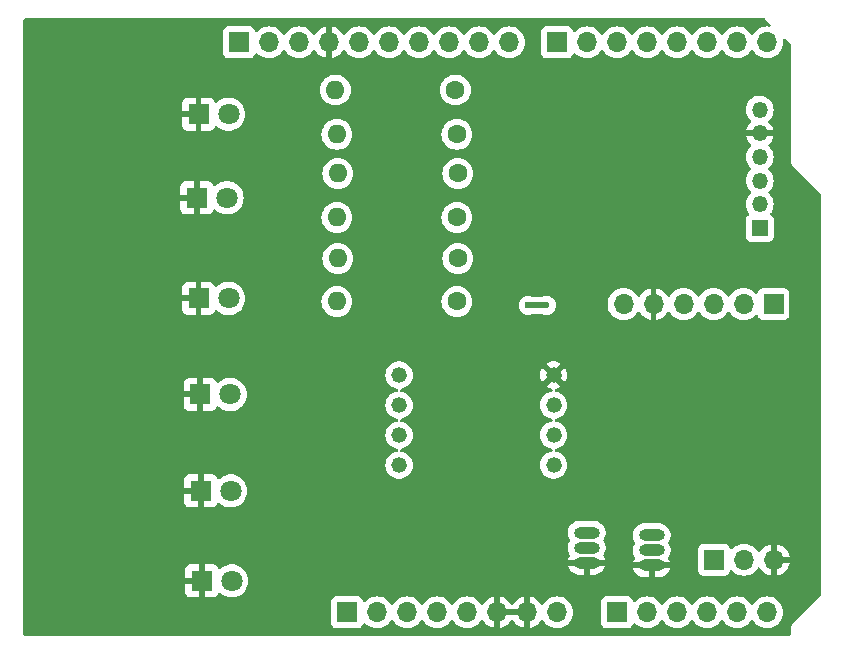
<source format=gbr>
%TF.GenerationSoftware,KiCad,Pcbnew,8.0.8*%
%TF.CreationDate,2025-03-14T01:28:21-06:00*%
%TF.ProjectId,WeatherBalloon,57656174-6865-4724-9261-6c6c6f6f6e2e,rev?*%
%TF.SameCoordinates,Original*%
%TF.FileFunction,Copper,L2,Bot*%
%TF.FilePolarity,Positive*%
%FSLAX46Y46*%
G04 Gerber Fmt 4.6, Leading zero omitted, Abs format (unit mm)*
G04 Created by KiCad (PCBNEW 8.0.8) date 2025-03-14 01:28:21*
%MOMM*%
%LPD*%
G01*
G04 APERTURE LIST*
%TA.AperFunction,ComponentPad*%
%ADD10C,1.321000*%
%TD*%
%TA.AperFunction,ComponentPad*%
%ADD11R,1.700000X1.700000*%
%TD*%
%TA.AperFunction,ComponentPad*%
%ADD12O,1.700000X1.700000*%
%TD*%
%TA.AperFunction,ComponentPad*%
%ADD13R,1.350000X1.350000*%
%TD*%
%TA.AperFunction,ComponentPad*%
%ADD14O,1.350000X1.350000*%
%TD*%
%TA.AperFunction,ComponentPad*%
%ADD15R,1.800000X1.800000*%
%TD*%
%TA.AperFunction,ComponentPad*%
%ADD16C,1.800000*%
%TD*%
%TA.AperFunction,ComponentPad*%
%ADD17C,1.600000*%
%TD*%
%TA.AperFunction,ComponentPad*%
%ADD18O,1.600000X1.600000*%
%TD*%
%TA.AperFunction,ComponentPad*%
%ADD19O,2.200000X1.000000*%
%TD*%
%TA.AperFunction,ViaPad*%
%ADD20C,0.600000*%
%TD*%
%TA.AperFunction,Conductor*%
%ADD21C,0.500000*%
%TD*%
G04 APERTURE END LIST*
D10*
%TO.P,J8,1,Pin_1*%
%TO.N,unconnected-(J8-Pin_1-Pad1)*%
X145420500Y-84990000D03*
%TO.P,J8,2,Pin_2*%
%TO.N,+5V*%
X145420500Y-82450000D03*
%TO.P,J8,3,Pin_3*%
%TO.N,/PRESSURE_OUTPUT*%
X145420500Y-79910000D03*
%TO.P,J8,4,Pin_4*%
%TO.N,GND*%
X145420500Y-77370000D03*
%TO.P,J8,5,Pin_5*%
%TO.N,unconnected-(J8-Pin_5-Pad5)*%
X132340500Y-77370000D03*
%TO.P,J8,6,Pin_6*%
%TO.N,unconnected-(J8-Pin_6-Pad6)*%
X132340500Y-79910000D03*
%TO.P,J8,7,Pin_7*%
%TO.N,unconnected-(J8-Pin_7-Pad7)*%
X132340500Y-82450000D03*
%TO.P,J8,8,Pin_8*%
%TO.N,unconnected-(J8-Pin_8-Pad8)*%
X132340500Y-84990000D03*
%TD*%
D11*
%TO.P,J1,1,Pin_1*%
%TO.N,unconnected-(J1-Pin_1-Pad1)*%
X127940000Y-97460000D03*
D12*
%TO.P,J1,2,Pin_2*%
%TO.N,/IOREF*%
X130480000Y-97460000D03*
%TO.P,J1,3,Pin_3*%
%TO.N,/~{RESET}*%
X133020000Y-97460000D03*
%TO.P,J1,4,Pin_4*%
%TO.N,+3V3*%
X135560000Y-97460000D03*
%TO.P,J1,5,Pin_5*%
%TO.N,+5V*%
X138100000Y-97460000D03*
%TO.P,J1,6,Pin_6*%
%TO.N,GND*%
X140640000Y-97460000D03*
%TO.P,J1,7,Pin_7*%
X143180000Y-97460000D03*
%TO.P,J1,8,Pin_8*%
%TO.N,VCC*%
X145720000Y-97460000D03*
%TD*%
D11*
%TO.P,J3,1,Pin_1*%
%TO.N,/INTERNAL_TEMP*%
X150800000Y-97460000D03*
D12*
%TO.P,J3,2,Pin_2*%
%TO.N,/EXTERNAL_TEMP*%
X153340000Y-97460000D03*
%TO.P,J3,3,Pin_3*%
%TO.N,/HUMIDITY_OUTPUT*%
X155880000Y-97460000D03*
%TO.P,J3,4,Pin_4*%
%TO.N,/PRESSURE_OUTPUT*%
X158420000Y-97460000D03*
%TO.P,J3,5,Pin_5*%
%TO.N,/ACCELX*%
X160960000Y-97460000D03*
%TO.P,J3,6,Pin_6*%
%TO.N,/ACCELZ*%
X163500000Y-97460000D03*
%TD*%
D11*
%TO.P,J2,1,Pin_1*%
%TO.N,/SCL{slash}A5*%
X118796000Y-49200000D03*
D12*
%TO.P,J2,2,Pin_2*%
%TO.N,/SDA{slash}A4*%
X121336000Y-49200000D03*
%TO.P,J2,3,Pin_3*%
%TO.N,/AREF*%
X123876000Y-49200000D03*
%TO.P,J2,4,Pin_4*%
%TO.N,GND*%
X126416000Y-49200000D03*
%TO.P,J2,5,Pin_5*%
%TO.N,/13*%
X128956000Y-49200000D03*
%TO.P,J2,6,Pin_6*%
%TO.N,/12*%
X131496000Y-49200000D03*
%TO.P,J2,7,Pin_7*%
%TO.N,/\u002A11*%
X134036000Y-49200000D03*
%TO.P,J2,8,Pin_8*%
%TO.N,/\u002A10*%
X136576000Y-49200000D03*
%TO.P,J2,9,Pin_9*%
%TO.N,/ACCELS_LED*%
X139116000Y-49200000D03*
%TO.P,J2,10,Pin_10*%
%TO.N,/8*%
X141656000Y-49200000D03*
%TD*%
D11*
%TO.P,J4,1,Pin_1*%
%TO.N,/PRESSURE_LED*%
X145720000Y-49200000D03*
D12*
%TO.P,J4,2,Pin_2*%
%TO.N,/HUMIDITY_LED*%
X148260000Y-49200000D03*
%TO.P,J4,3,Pin_3*%
%TO.N,/EXTERNAL_TEMP_LED*%
X150800000Y-49200000D03*
%TO.P,J4,4,Pin_4*%
%TO.N,/INTERNAL_TEMP_LED*%
X153340000Y-49200000D03*
%TO.P,J4,5,Pin_5*%
%TO.N,/ON_LED*%
X155880000Y-49200000D03*
%TO.P,J4,6,Pin_6*%
%TO.N,/2*%
X158420000Y-49200000D03*
%TO.P,J4,7,Pin_7*%
%TO.N,/TX{slash}1*%
X160960000Y-49200000D03*
%TO.P,J4,8,Pin_8*%
%TO.N,/RXI*%
X163500000Y-49200000D03*
%TD*%
D11*
%TO.P,J9,1,Pin_1*%
%TO.N,/SELF_TEST*%
X164040000Y-71360000D03*
D12*
%TO.P,J9,2,Pin_2*%
%TO.N,/ACCELZ*%
X161500000Y-71360000D03*
%TO.P,J9,3,Pin_3*%
%TO.N,/ACCELY*%
X158960000Y-71360000D03*
%TO.P,J9,4,Pin_4*%
%TO.N,/ACCELX*%
X156420000Y-71360000D03*
%TO.P,J9,5,Pin_5*%
%TO.N,GND*%
X153880000Y-71360000D03*
%TO.P,J9,6,Pin_6*%
%TO.N,+3V3*%
X151340000Y-71360000D03*
%TD*%
D13*
%TO.P,J10,1,Pin_1*%
%TO.N,unconnected-(J10-Pin_1-Pad1)*%
X162870000Y-64900000D03*
D14*
%TO.P,J10,2,Pin_2*%
%TO.N,/RXI*%
X162870000Y-62900000D03*
%TO.P,J10,3,Pin_3*%
%TO.N,/TXO*%
X162870000Y-60900000D03*
%TO.P,J10,4,Pin_4*%
%TO.N,+5V*%
X162870000Y-58900000D03*
%TO.P,J10,5,Pin_5*%
%TO.N,GND*%
X162870000Y-56900000D03*
%TO.P,J10,6,Pin_6*%
%TO.N,unconnected-(J10-Pin_6-Pad6)*%
X162870000Y-54900000D03*
%TD*%
D15*
%TO.P,D6,1,K*%
%TO.N,GND*%
X115355000Y-55290000D03*
D16*
%TO.P,D6,2,A*%
%TO.N,Net-(D6-A)*%
X117895000Y-55290000D03*
%TD*%
D17*
%TO.P,R1,1*%
%TO.N,/ON_LED*%
X137230000Y-71140000D03*
D18*
%TO.P,R1,2*%
%TO.N,Net-(D1-A)*%
X127070000Y-71140000D03*
%TD*%
D15*
%TO.P,D1,1,K*%
%TO.N,GND*%
X115625000Y-94790000D03*
D16*
%TO.P,D1,2,A*%
%TO.N,Net-(D1-A)*%
X118165000Y-94790000D03*
%TD*%
D17*
%TO.P,R6,1*%
%TO.N,/ACCELS_LED*%
X137100000Y-53230000D03*
D18*
%TO.P,R6,2*%
%TO.N,Net-(D6-A)*%
X126940000Y-53230000D03*
%TD*%
%TO.P,R4,2*%
%TO.N,Net-(D4-A)*%
X127150000Y-60300000D03*
D17*
%TO.P,R4,1*%
%TO.N,/HUMIDITY_LED*%
X137310000Y-60300000D03*
%TD*%
D15*
%TO.P,D2,1,K*%
%TO.N,GND*%
X115545000Y-87180000D03*
D16*
%TO.P,D2,2,A*%
%TO.N,Net-(D2-A)*%
X118085000Y-87180000D03*
%TD*%
D17*
%TO.P,R3,1*%
%TO.N,/EXTERNAL_TEMP_LED*%
X137230000Y-64020000D03*
D18*
%TO.P,R3,2*%
%TO.N,Net-(D3-A)*%
X127070000Y-64020000D03*
%TD*%
D19*
%TO.P,J6,1,Pin_1*%
%TO.N,+5V*%
X153720000Y-90930000D03*
%TO.P,J6,2,Pin_2*%
%TO.N,/EXTERNAL_TEMP*%
X153720000Y-92200000D03*
%TO.P,J6,3,Pin_3*%
%TO.N,GND*%
X153720000Y-93470000D03*
%TD*%
%TO.P,J5,1,Pin_1*%
%TO.N,+5V*%
X148220000Y-90730000D03*
%TO.P,J5,2,Pin_2*%
%TO.N,/INTERNAL_TEMP*%
X148220000Y-92000000D03*
%TO.P,J5,3,Pin_3*%
%TO.N,GND*%
X148220000Y-93270000D03*
%TD*%
D16*
%TO.P,D4,2,A*%
%TO.N,Net-(D4-A)*%
X117895000Y-70880000D03*
D15*
%TO.P,D4,1,K*%
%TO.N,GND*%
X115355000Y-70880000D03*
%TD*%
D18*
%TO.P,R2,2*%
%TO.N,Net-(D2-A)*%
X127150000Y-67500000D03*
D17*
%TO.P,R2,1*%
%TO.N,/INTERNAL_TEMP_LED*%
X137310000Y-67500000D03*
%TD*%
D11*
%TO.P,J7,1,Pin_1*%
%TO.N,+5V*%
X159000000Y-93000000D03*
D12*
%TO.P,J7,2,Pin_2*%
%TO.N,/HUMIDITY_OUTPUT*%
X161540000Y-93000000D03*
%TO.P,J7,3,Pin_3*%
%TO.N,GND*%
X164080000Y-93000000D03*
%TD*%
D17*
%TO.P,R5,1*%
%TO.N,/PRESSURE_LED*%
X137230000Y-56980000D03*
D18*
%TO.P,R5,2*%
%TO.N,Net-(D5-A)*%
X127070000Y-56980000D03*
%TD*%
D15*
%TO.P,D5,1,K*%
%TO.N,GND*%
X115225000Y-62350000D03*
D16*
%TO.P,D5,2,A*%
%TO.N,Net-(D5-A)*%
X117765000Y-62350000D03*
%TD*%
%TO.P,D3,2,A*%
%TO.N,Net-(D3-A)*%
X118035000Y-79010000D03*
D15*
%TO.P,D3,1,K*%
%TO.N,GND*%
X115495000Y-79010000D03*
%TD*%
D20*
%TO.N,+3V3*%
X144810000Y-71470000D03*
X143280000Y-71470000D03*
%TD*%
D21*
%TO.N,+3V3*%
X143280000Y-71470000D02*
X144810000Y-71470000D01*
%TD*%
%TA.AperFunction,Conductor*%
%TO.N,GND*%
G36*
X142714075Y-97267007D02*
G01*
X142680000Y-97394174D01*
X142680000Y-97525826D01*
X142714075Y-97652993D01*
X142746988Y-97710000D01*
X141073012Y-97710000D01*
X141105925Y-97652993D01*
X141140000Y-97525826D01*
X141140000Y-97394174D01*
X141105925Y-97267007D01*
X141073012Y-97210000D01*
X142746988Y-97210000D01*
X142714075Y-97267007D01*
G37*
%TD.AperFunction*%
%TA.AperFunction,Conductor*%
G36*
X163308363Y-47180185D02*
G01*
X163329005Y-47196819D01*
X163781313Y-47649127D01*
X163814798Y-47710450D01*
X163809814Y-47780142D01*
X163767942Y-47836075D01*
X163702478Y-47860492D01*
X163682825Y-47860336D01*
X163500002Y-47844341D01*
X163499999Y-47844341D01*
X163264596Y-47864936D01*
X163264586Y-47864938D01*
X163036344Y-47926094D01*
X163036335Y-47926098D01*
X162822171Y-48025964D01*
X162822169Y-48025965D01*
X162628597Y-48161505D01*
X162461505Y-48328597D01*
X162331575Y-48514158D01*
X162276998Y-48557783D01*
X162207500Y-48564977D01*
X162145145Y-48533454D01*
X162128425Y-48514158D01*
X161998494Y-48328597D01*
X161831402Y-48161506D01*
X161831395Y-48161501D01*
X161637834Y-48025967D01*
X161637830Y-48025965D01*
X161600955Y-48008770D01*
X161423663Y-47926097D01*
X161423659Y-47926096D01*
X161423655Y-47926094D01*
X161195413Y-47864938D01*
X161195403Y-47864936D01*
X160960001Y-47844341D01*
X160959999Y-47844341D01*
X160724596Y-47864936D01*
X160724586Y-47864938D01*
X160496344Y-47926094D01*
X160496335Y-47926098D01*
X160282171Y-48025964D01*
X160282169Y-48025965D01*
X160088597Y-48161505D01*
X159921505Y-48328597D01*
X159791575Y-48514158D01*
X159736998Y-48557783D01*
X159667500Y-48564977D01*
X159605145Y-48533454D01*
X159588425Y-48514158D01*
X159458494Y-48328597D01*
X159291402Y-48161506D01*
X159291395Y-48161501D01*
X159097834Y-48025967D01*
X159097830Y-48025965D01*
X159060955Y-48008770D01*
X158883663Y-47926097D01*
X158883659Y-47926096D01*
X158883655Y-47926094D01*
X158655413Y-47864938D01*
X158655403Y-47864936D01*
X158420001Y-47844341D01*
X158419999Y-47844341D01*
X158184596Y-47864936D01*
X158184586Y-47864938D01*
X157956344Y-47926094D01*
X157956335Y-47926098D01*
X157742171Y-48025964D01*
X157742169Y-48025965D01*
X157548597Y-48161505D01*
X157381505Y-48328597D01*
X157251575Y-48514158D01*
X157196998Y-48557783D01*
X157127500Y-48564977D01*
X157065145Y-48533454D01*
X157048425Y-48514158D01*
X156918494Y-48328597D01*
X156751402Y-48161506D01*
X156751395Y-48161501D01*
X156557834Y-48025967D01*
X156557830Y-48025965D01*
X156520955Y-48008770D01*
X156343663Y-47926097D01*
X156343659Y-47926096D01*
X156343655Y-47926094D01*
X156115413Y-47864938D01*
X156115403Y-47864936D01*
X155880001Y-47844341D01*
X155879999Y-47844341D01*
X155644596Y-47864936D01*
X155644586Y-47864938D01*
X155416344Y-47926094D01*
X155416335Y-47926098D01*
X155202171Y-48025964D01*
X155202169Y-48025965D01*
X155008597Y-48161505D01*
X154841505Y-48328597D01*
X154711575Y-48514158D01*
X154656998Y-48557783D01*
X154587500Y-48564977D01*
X154525145Y-48533454D01*
X154508425Y-48514158D01*
X154378494Y-48328597D01*
X154211402Y-48161506D01*
X154211395Y-48161501D01*
X154017834Y-48025967D01*
X154017830Y-48025965D01*
X153980955Y-48008770D01*
X153803663Y-47926097D01*
X153803659Y-47926096D01*
X153803655Y-47926094D01*
X153575413Y-47864938D01*
X153575403Y-47864936D01*
X153340001Y-47844341D01*
X153339999Y-47844341D01*
X153104596Y-47864936D01*
X153104586Y-47864938D01*
X152876344Y-47926094D01*
X152876335Y-47926098D01*
X152662171Y-48025964D01*
X152662169Y-48025965D01*
X152468597Y-48161505D01*
X152301505Y-48328597D01*
X152171575Y-48514158D01*
X152116998Y-48557783D01*
X152047500Y-48564977D01*
X151985145Y-48533454D01*
X151968425Y-48514158D01*
X151838494Y-48328597D01*
X151671402Y-48161506D01*
X151671395Y-48161501D01*
X151477834Y-48025967D01*
X151477830Y-48025965D01*
X151440955Y-48008770D01*
X151263663Y-47926097D01*
X151263659Y-47926096D01*
X151263655Y-47926094D01*
X151035413Y-47864938D01*
X151035403Y-47864936D01*
X150800001Y-47844341D01*
X150799999Y-47844341D01*
X150564596Y-47864936D01*
X150564586Y-47864938D01*
X150336344Y-47926094D01*
X150336335Y-47926098D01*
X150122171Y-48025964D01*
X150122169Y-48025965D01*
X149928597Y-48161505D01*
X149761505Y-48328597D01*
X149631575Y-48514158D01*
X149576998Y-48557783D01*
X149507500Y-48564977D01*
X149445145Y-48533454D01*
X149428425Y-48514158D01*
X149298494Y-48328597D01*
X149131402Y-48161506D01*
X149131395Y-48161501D01*
X148937834Y-48025967D01*
X148937830Y-48025965D01*
X148900955Y-48008770D01*
X148723663Y-47926097D01*
X148723659Y-47926096D01*
X148723655Y-47926094D01*
X148495413Y-47864938D01*
X148495403Y-47864936D01*
X148260001Y-47844341D01*
X148259999Y-47844341D01*
X148024596Y-47864936D01*
X148024586Y-47864938D01*
X147796344Y-47926094D01*
X147796335Y-47926098D01*
X147582171Y-48025964D01*
X147582169Y-48025965D01*
X147388600Y-48161503D01*
X147266673Y-48283430D01*
X147205350Y-48316914D01*
X147135658Y-48311930D01*
X147079725Y-48270058D01*
X147062810Y-48239081D01*
X147013797Y-48107671D01*
X147013793Y-48107664D01*
X146927547Y-47992455D01*
X146927544Y-47992452D01*
X146812335Y-47906206D01*
X146812328Y-47906202D01*
X146677482Y-47855908D01*
X146677483Y-47855908D01*
X146617883Y-47849501D01*
X146617881Y-47849500D01*
X146617873Y-47849500D01*
X146617864Y-47849500D01*
X144822129Y-47849500D01*
X144822123Y-47849501D01*
X144762516Y-47855908D01*
X144627671Y-47906202D01*
X144627664Y-47906206D01*
X144512455Y-47992452D01*
X144512452Y-47992455D01*
X144426206Y-48107664D01*
X144426202Y-48107671D01*
X144375908Y-48242517D01*
X144369501Y-48302116D01*
X144369500Y-48302135D01*
X144369500Y-50097870D01*
X144369501Y-50097876D01*
X144375908Y-50157483D01*
X144426202Y-50292328D01*
X144426206Y-50292335D01*
X144512452Y-50407544D01*
X144512455Y-50407547D01*
X144627664Y-50493793D01*
X144627671Y-50493797D01*
X144762517Y-50544091D01*
X144762516Y-50544091D01*
X144769444Y-50544835D01*
X144822127Y-50550500D01*
X146617872Y-50550499D01*
X146677483Y-50544091D01*
X146812331Y-50493796D01*
X146927546Y-50407546D01*
X147013796Y-50292331D01*
X147062810Y-50160916D01*
X147104681Y-50104984D01*
X147170145Y-50080566D01*
X147238418Y-50095417D01*
X147266673Y-50116569D01*
X147388599Y-50238495D01*
X147485384Y-50306265D01*
X147582165Y-50374032D01*
X147582167Y-50374033D01*
X147582170Y-50374035D01*
X147796337Y-50473903D01*
X148024592Y-50535063D01*
X148201034Y-50550500D01*
X148259999Y-50555659D01*
X148260000Y-50555659D01*
X148260001Y-50555659D01*
X148318966Y-50550500D01*
X148495408Y-50535063D01*
X148723663Y-50473903D01*
X148937830Y-50374035D01*
X149131401Y-50238495D01*
X149298495Y-50071401D01*
X149428425Y-49885842D01*
X149483002Y-49842217D01*
X149552500Y-49835023D01*
X149614855Y-49866546D01*
X149631575Y-49885842D01*
X149761500Y-50071395D01*
X149761505Y-50071401D01*
X149928599Y-50238495D01*
X150025384Y-50306265D01*
X150122165Y-50374032D01*
X150122167Y-50374033D01*
X150122170Y-50374035D01*
X150336337Y-50473903D01*
X150564592Y-50535063D01*
X150741034Y-50550500D01*
X150799999Y-50555659D01*
X150800000Y-50555659D01*
X150800001Y-50555659D01*
X150858966Y-50550500D01*
X151035408Y-50535063D01*
X151263663Y-50473903D01*
X151477830Y-50374035D01*
X151671401Y-50238495D01*
X151838495Y-50071401D01*
X151968425Y-49885842D01*
X152023002Y-49842217D01*
X152092500Y-49835023D01*
X152154855Y-49866546D01*
X152171575Y-49885842D01*
X152301500Y-50071395D01*
X152301505Y-50071401D01*
X152468599Y-50238495D01*
X152565384Y-50306265D01*
X152662165Y-50374032D01*
X152662167Y-50374033D01*
X152662170Y-50374035D01*
X152876337Y-50473903D01*
X153104592Y-50535063D01*
X153281034Y-50550500D01*
X153339999Y-50555659D01*
X153340000Y-50555659D01*
X153340001Y-50555659D01*
X153398966Y-50550500D01*
X153575408Y-50535063D01*
X153803663Y-50473903D01*
X154017830Y-50374035D01*
X154211401Y-50238495D01*
X154378495Y-50071401D01*
X154508425Y-49885842D01*
X154563002Y-49842217D01*
X154632500Y-49835023D01*
X154694855Y-49866546D01*
X154711575Y-49885842D01*
X154841500Y-50071395D01*
X154841505Y-50071401D01*
X155008599Y-50238495D01*
X155105384Y-50306265D01*
X155202165Y-50374032D01*
X155202167Y-50374033D01*
X155202170Y-50374035D01*
X155416337Y-50473903D01*
X155644592Y-50535063D01*
X155821034Y-50550500D01*
X155879999Y-50555659D01*
X155880000Y-50555659D01*
X155880001Y-50555659D01*
X155938966Y-50550500D01*
X156115408Y-50535063D01*
X156343663Y-50473903D01*
X156557830Y-50374035D01*
X156751401Y-50238495D01*
X156918495Y-50071401D01*
X157048425Y-49885842D01*
X157103002Y-49842217D01*
X157172500Y-49835023D01*
X157234855Y-49866546D01*
X157251575Y-49885842D01*
X157381500Y-50071395D01*
X157381505Y-50071401D01*
X157548599Y-50238495D01*
X157645384Y-50306265D01*
X157742165Y-50374032D01*
X157742167Y-50374033D01*
X157742170Y-50374035D01*
X157956337Y-50473903D01*
X158184592Y-50535063D01*
X158361034Y-50550500D01*
X158419999Y-50555659D01*
X158420000Y-50555659D01*
X158420001Y-50555659D01*
X158478966Y-50550500D01*
X158655408Y-50535063D01*
X158883663Y-50473903D01*
X159097830Y-50374035D01*
X159291401Y-50238495D01*
X159458495Y-50071401D01*
X159588425Y-49885842D01*
X159643002Y-49842217D01*
X159712500Y-49835023D01*
X159774855Y-49866546D01*
X159791575Y-49885842D01*
X159921500Y-50071395D01*
X159921505Y-50071401D01*
X160088599Y-50238495D01*
X160185384Y-50306265D01*
X160282165Y-50374032D01*
X160282167Y-50374033D01*
X160282170Y-50374035D01*
X160496337Y-50473903D01*
X160724592Y-50535063D01*
X160901034Y-50550500D01*
X160959999Y-50555659D01*
X160960000Y-50555659D01*
X160960001Y-50555659D01*
X161018966Y-50550500D01*
X161195408Y-50535063D01*
X161423663Y-50473903D01*
X161637830Y-50374035D01*
X161831401Y-50238495D01*
X161998495Y-50071401D01*
X162128425Y-49885842D01*
X162183002Y-49842217D01*
X162252500Y-49835023D01*
X162314855Y-49866546D01*
X162331575Y-49885842D01*
X162461500Y-50071395D01*
X162461505Y-50071401D01*
X162628599Y-50238495D01*
X162725384Y-50306265D01*
X162822165Y-50374032D01*
X162822167Y-50374033D01*
X162822170Y-50374035D01*
X163036337Y-50473903D01*
X163264592Y-50535063D01*
X163441034Y-50550500D01*
X163499999Y-50555659D01*
X163500000Y-50555659D01*
X163500001Y-50555659D01*
X163558966Y-50550500D01*
X163735408Y-50535063D01*
X163963663Y-50473903D01*
X164177830Y-50374035D01*
X164371401Y-50238495D01*
X164538495Y-50071401D01*
X164674035Y-49877830D01*
X164773903Y-49663663D01*
X164835063Y-49435408D01*
X164855659Y-49200000D01*
X164839663Y-49017173D01*
X164853429Y-48948675D01*
X164902044Y-48898492D01*
X164970073Y-48882558D01*
X165035917Y-48905933D01*
X165050872Y-48918686D01*
X165503181Y-49370995D01*
X165536666Y-49432318D01*
X165539500Y-49458676D01*
X165539500Y-59425891D01*
X165573608Y-59553187D01*
X165606554Y-59610250D01*
X165639500Y-59667314D01*
X165639502Y-59667316D01*
X168043181Y-62070995D01*
X168076666Y-62132318D01*
X168079500Y-62158676D01*
X168079500Y-95931324D01*
X168059815Y-95998363D01*
X168043181Y-96019005D01*
X165639502Y-98422683D01*
X165639500Y-98422686D01*
X165573608Y-98536812D01*
X165539500Y-98664108D01*
X165539500Y-99228242D01*
X165537973Y-99247641D01*
X165529773Y-99299411D01*
X165517785Y-99336307D01*
X165498474Y-99374207D01*
X165475670Y-99405593D01*
X165445593Y-99435670D01*
X165414207Y-99458474D01*
X165376307Y-99477785D01*
X165339411Y-99489773D01*
X165309068Y-99494579D01*
X165287639Y-99497973D01*
X165268243Y-99499500D01*
X100771757Y-99499500D01*
X100752360Y-99497973D01*
X100718098Y-99492546D01*
X100700588Y-99489773D01*
X100663695Y-99477786D01*
X100625790Y-99458472D01*
X100594406Y-99435670D01*
X100564329Y-99405593D01*
X100541528Y-99374211D01*
X100522212Y-99336301D01*
X100510227Y-99299417D01*
X100502025Y-99247630D01*
X100500500Y-99228242D01*
X100500500Y-96562135D01*
X126589500Y-96562135D01*
X126589500Y-98357870D01*
X126589501Y-98357876D01*
X126595908Y-98417483D01*
X126646202Y-98552328D01*
X126646206Y-98552335D01*
X126732452Y-98667544D01*
X126732455Y-98667547D01*
X126847664Y-98753793D01*
X126847671Y-98753797D01*
X126982517Y-98804091D01*
X126982516Y-98804091D01*
X126989444Y-98804835D01*
X127042127Y-98810500D01*
X128837872Y-98810499D01*
X128897483Y-98804091D01*
X129032331Y-98753796D01*
X129147546Y-98667546D01*
X129233796Y-98552331D01*
X129282810Y-98420916D01*
X129324681Y-98364984D01*
X129390145Y-98340566D01*
X129458418Y-98355417D01*
X129486673Y-98376569D01*
X129608599Y-98498495D01*
X129705384Y-98566265D01*
X129802165Y-98634032D01*
X129802167Y-98634033D01*
X129802170Y-98634035D01*
X130016337Y-98733903D01*
X130244592Y-98795063D01*
X130421034Y-98810500D01*
X130479999Y-98815659D01*
X130480000Y-98815659D01*
X130480001Y-98815659D01*
X130538966Y-98810500D01*
X130715408Y-98795063D01*
X130943663Y-98733903D01*
X131157830Y-98634035D01*
X131351401Y-98498495D01*
X131518495Y-98331401D01*
X131648425Y-98145842D01*
X131703002Y-98102217D01*
X131772500Y-98095023D01*
X131834855Y-98126546D01*
X131851575Y-98145842D01*
X131981500Y-98331395D01*
X131981505Y-98331401D01*
X132148599Y-98498495D01*
X132245384Y-98566265D01*
X132342165Y-98634032D01*
X132342167Y-98634033D01*
X132342170Y-98634035D01*
X132556337Y-98733903D01*
X132784592Y-98795063D01*
X132961034Y-98810500D01*
X133019999Y-98815659D01*
X133020000Y-98815659D01*
X133020001Y-98815659D01*
X133078966Y-98810500D01*
X133255408Y-98795063D01*
X133483663Y-98733903D01*
X133697830Y-98634035D01*
X133891401Y-98498495D01*
X134058495Y-98331401D01*
X134188425Y-98145842D01*
X134243002Y-98102217D01*
X134312500Y-98095023D01*
X134374855Y-98126546D01*
X134391575Y-98145842D01*
X134521500Y-98331395D01*
X134521505Y-98331401D01*
X134688599Y-98498495D01*
X134785384Y-98566265D01*
X134882165Y-98634032D01*
X134882167Y-98634033D01*
X134882170Y-98634035D01*
X135096337Y-98733903D01*
X135324592Y-98795063D01*
X135501034Y-98810500D01*
X135559999Y-98815659D01*
X135560000Y-98815659D01*
X135560001Y-98815659D01*
X135618966Y-98810500D01*
X135795408Y-98795063D01*
X136023663Y-98733903D01*
X136237830Y-98634035D01*
X136431401Y-98498495D01*
X136598495Y-98331401D01*
X136728425Y-98145842D01*
X136783002Y-98102217D01*
X136852500Y-98095023D01*
X136914855Y-98126546D01*
X136931575Y-98145842D01*
X137061500Y-98331395D01*
X137061505Y-98331401D01*
X137228599Y-98498495D01*
X137325384Y-98566265D01*
X137422165Y-98634032D01*
X137422167Y-98634033D01*
X137422170Y-98634035D01*
X137636337Y-98733903D01*
X137864592Y-98795063D01*
X138041034Y-98810500D01*
X138099999Y-98815659D01*
X138100000Y-98815659D01*
X138100001Y-98815659D01*
X138158966Y-98810500D01*
X138335408Y-98795063D01*
X138563663Y-98733903D01*
X138777830Y-98634035D01*
X138971401Y-98498495D01*
X139138495Y-98331401D01*
X139268730Y-98145405D01*
X139323307Y-98101781D01*
X139392805Y-98094587D01*
X139455160Y-98126110D01*
X139471879Y-98145405D01*
X139601890Y-98331078D01*
X139768917Y-98498105D01*
X139962421Y-98633600D01*
X140176507Y-98733429D01*
X140176516Y-98733433D01*
X140390000Y-98790634D01*
X140390000Y-97893012D01*
X140447007Y-97925925D01*
X140574174Y-97960000D01*
X140705826Y-97960000D01*
X140832993Y-97925925D01*
X140890000Y-97893012D01*
X140890000Y-98790633D01*
X141103483Y-98733433D01*
X141103492Y-98733429D01*
X141317578Y-98633600D01*
X141511082Y-98498105D01*
X141678105Y-98331082D01*
X141808425Y-98144968D01*
X141863002Y-98101344D01*
X141932501Y-98094151D01*
X141994855Y-98125673D01*
X142011575Y-98144968D01*
X142141894Y-98331082D01*
X142308917Y-98498105D01*
X142502421Y-98633600D01*
X142716507Y-98733429D01*
X142716516Y-98733433D01*
X142930000Y-98790634D01*
X142930000Y-97893012D01*
X142987007Y-97925925D01*
X143114174Y-97960000D01*
X143245826Y-97960000D01*
X143372993Y-97925925D01*
X143430000Y-97893012D01*
X143430000Y-98790633D01*
X143643483Y-98733433D01*
X143643492Y-98733429D01*
X143857578Y-98633600D01*
X144051082Y-98498105D01*
X144218105Y-98331082D01*
X144348119Y-98145405D01*
X144402696Y-98101781D01*
X144472195Y-98094588D01*
X144534549Y-98126110D01*
X144551269Y-98145405D01*
X144681505Y-98331401D01*
X144848599Y-98498495D01*
X144945384Y-98566265D01*
X145042165Y-98634032D01*
X145042167Y-98634033D01*
X145042170Y-98634035D01*
X145256337Y-98733903D01*
X145484592Y-98795063D01*
X145661034Y-98810500D01*
X145719999Y-98815659D01*
X145720000Y-98815659D01*
X145720001Y-98815659D01*
X145778966Y-98810500D01*
X145955408Y-98795063D01*
X146183663Y-98733903D01*
X146397830Y-98634035D01*
X146591401Y-98498495D01*
X146758495Y-98331401D01*
X146894035Y-98137830D01*
X146993903Y-97923663D01*
X147055063Y-97695408D01*
X147075659Y-97460000D01*
X147055063Y-97224592D01*
X146993903Y-96996337D01*
X146894035Y-96782171D01*
X146888731Y-96774595D01*
X146758494Y-96588597D01*
X146732032Y-96562135D01*
X149449500Y-96562135D01*
X149449500Y-98357870D01*
X149449501Y-98357876D01*
X149455908Y-98417483D01*
X149506202Y-98552328D01*
X149506206Y-98552335D01*
X149592452Y-98667544D01*
X149592455Y-98667547D01*
X149707664Y-98753793D01*
X149707671Y-98753797D01*
X149842517Y-98804091D01*
X149842516Y-98804091D01*
X149849444Y-98804835D01*
X149902127Y-98810500D01*
X151697872Y-98810499D01*
X151757483Y-98804091D01*
X151892331Y-98753796D01*
X152007546Y-98667546D01*
X152093796Y-98552331D01*
X152142810Y-98420916D01*
X152184681Y-98364984D01*
X152250145Y-98340566D01*
X152318418Y-98355417D01*
X152346673Y-98376569D01*
X152468599Y-98498495D01*
X152565384Y-98566265D01*
X152662165Y-98634032D01*
X152662167Y-98634033D01*
X152662170Y-98634035D01*
X152876337Y-98733903D01*
X153104592Y-98795063D01*
X153281034Y-98810500D01*
X153339999Y-98815659D01*
X153340000Y-98815659D01*
X153340001Y-98815659D01*
X153398966Y-98810500D01*
X153575408Y-98795063D01*
X153803663Y-98733903D01*
X154017830Y-98634035D01*
X154211401Y-98498495D01*
X154378495Y-98331401D01*
X154508425Y-98145842D01*
X154563002Y-98102217D01*
X154632500Y-98095023D01*
X154694855Y-98126546D01*
X154711575Y-98145842D01*
X154841500Y-98331395D01*
X154841505Y-98331401D01*
X155008599Y-98498495D01*
X155105384Y-98566265D01*
X155202165Y-98634032D01*
X155202167Y-98634033D01*
X155202170Y-98634035D01*
X155416337Y-98733903D01*
X155644592Y-98795063D01*
X155821034Y-98810500D01*
X155879999Y-98815659D01*
X155880000Y-98815659D01*
X155880001Y-98815659D01*
X155938966Y-98810500D01*
X156115408Y-98795063D01*
X156343663Y-98733903D01*
X156557830Y-98634035D01*
X156751401Y-98498495D01*
X156918495Y-98331401D01*
X157048425Y-98145842D01*
X157103002Y-98102217D01*
X157172500Y-98095023D01*
X157234855Y-98126546D01*
X157251575Y-98145842D01*
X157381500Y-98331395D01*
X157381505Y-98331401D01*
X157548599Y-98498495D01*
X157645384Y-98566265D01*
X157742165Y-98634032D01*
X157742167Y-98634033D01*
X157742170Y-98634035D01*
X157956337Y-98733903D01*
X158184592Y-98795063D01*
X158361034Y-98810500D01*
X158419999Y-98815659D01*
X158420000Y-98815659D01*
X158420001Y-98815659D01*
X158478966Y-98810500D01*
X158655408Y-98795063D01*
X158883663Y-98733903D01*
X159097830Y-98634035D01*
X159291401Y-98498495D01*
X159458495Y-98331401D01*
X159588425Y-98145842D01*
X159643002Y-98102217D01*
X159712500Y-98095023D01*
X159774855Y-98126546D01*
X159791575Y-98145842D01*
X159921500Y-98331395D01*
X159921505Y-98331401D01*
X160088599Y-98498495D01*
X160185384Y-98566265D01*
X160282165Y-98634032D01*
X160282167Y-98634033D01*
X160282170Y-98634035D01*
X160496337Y-98733903D01*
X160724592Y-98795063D01*
X160901034Y-98810500D01*
X160959999Y-98815659D01*
X160960000Y-98815659D01*
X160960001Y-98815659D01*
X161018966Y-98810500D01*
X161195408Y-98795063D01*
X161423663Y-98733903D01*
X161637830Y-98634035D01*
X161831401Y-98498495D01*
X161998495Y-98331401D01*
X162128425Y-98145842D01*
X162183002Y-98102217D01*
X162252500Y-98095023D01*
X162314855Y-98126546D01*
X162331575Y-98145842D01*
X162461500Y-98331395D01*
X162461505Y-98331401D01*
X162628599Y-98498495D01*
X162725384Y-98566265D01*
X162822165Y-98634032D01*
X162822167Y-98634033D01*
X162822170Y-98634035D01*
X163036337Y-98733903D01*
X163264592Y-98795063D01*
X163441034Y-98810500D01*
X163499999Y-98815659D01*
X163500000Y-98815659D01*
X163500001Y-98815659D01*
X163558966Y-98810500D01*
X163735408Y-98795063D01*
X163963663Y-98733903D01*
X164177830Y-98634035D01*
X164371401Y-98498495D01*
X164538495Y-98331401D01*
X164674035Y-98137830D01*
X164773903Y-97923663D01*
X164835063Y-97695408D01*
X164855659Y-97460000D01*
X164835063Y-97224592D01*
X164773903Y-96996337D01*
X164674035Y-96782171D01*
X164668731Y-96774595D01*
X164538494Y-96588597D01*
X164371402Y-96421506D01*
X164371395Y-96421501D01*
X164177834Y-96285967D01*
X164177830Y-96285965D01*
X164177828Y-96285964D01*
X163963663Y-96186097D01*
X163963659Y-96186096D01*
X163963655Y-96186094D01*
X163735413Y-96124938D01*
X163735403Y-96124936D01*
X163500001Y-96104341D01*
X163499999Y-96104341D01*
X163264596Y-96124936D01*
X163264586Y-96124938D01*
X163036344Y-96186094D01*
X163036335Y-96186098D01*
X162822171Y-96285964D01*
X162822169Y-96285965D01*
X162628597Y-96421505D01*
X162461505Y-96588597D01*
X162331575Y-96774158D01*
X162276998Y-96817783D01*
X162207500Y-96824977D01*
X162145145Y-96793454D01*
X162128425Y-96774158D01*
X161998494Y-96588597D01*
X161831402Y-96421506D01*
X161831395Y-96421501D01*
X161637834Y-96285967D01*
X161637830Y-96285965D01*
X161637828Y-96285964D01*
X161423663Y-96186097D01*
X161423659Y-96186096D01*
X161423655Y-96186094D01*
X161195413Y-96124938D01*
X161195403Y-96124936D01*
X160960001Y-96104341D01*
X160959999Y-96104341D01*
X160724596Y-96124936D01*
X160724586Y-96124938D01*
X160496344Y-96186094D01*
X160496335Y-96186098D01*
X160282171Y-96285964D01*
X160282169Y-96285965D01*
X160088597Y-96421505D01*
X159921505Y-96588597D01*
X159791575Y-96774158D01*
X159736998Y-96817783D01*
X159667500Y-96824977D01*
X159605145Y-96793454D01*
X159588425Y-96774158D01*
X159458494Y-96588597D01*
X159291402Y-96421506D01*
X159291395Y-96421501D01*
X159097834Y-96285967D01*
X159097830Y-96285965D01*
X159097828Y-96285964D01*
X158883663Y-96186097D01*
X158883659Y-96186096D01*
X158883655Y-96186094D01*
X158655413Y-96124938D01*
X158655403Y-96124936D01*
X158420001Y-96104341D01*
X158419999Y-96104341D01*
X158184596Y-96124936D01*
X158184586Y-96124938D01*
X157956344Y-96186094D01*
X157956335Y-96186098D01*
X157742171Y-96285964D01*
X157742169Y-96285965D01*
X157548597Y-96421505D01*
X157381505Y-96588597D01*
X157251575Y-96774158D01*
X157196998Y-96817783D01*
X157127500Y-96824977D01*
X157065145Y-96793454D01*
X157048425Y-96774158D01*
X156918494Y-96588597D01*
X156751402Y-96421506D01*
X156751395Y-96421501D01*
X156557834Y-96285967D01*
X156557830Y-96285965D01*
X156557828Y-96285964D01*
X156343663Y-96186097D01*
X156343659Y-96186096D01*
X156343655Y-96186094D01*
X156115413Y-96124938D01*
X156115403Y-96124936D01*
X155880001Y-96104341D01*
X155879999Y-96104341D01*
X155644596Y-96124936D01*
X155644586Y-96124938D01*
X155416344Y-96186094D01*
X155416335Y-96186098D01*
X155202171Y-96285964D01*
X155202169Y-96285965D01*
X155008597Y-96421505D01*
X154841505Y-96588597D01*
X154711575Y-96774158D01*
X154656998Y-96817783D01*
X154587500Y-96824977D01*
X154525145Y-96793454D01*
X154508425Y-96774158D01*
X154378494Y-96588597D01*
X154211402Y-96421506D01*
X154211395Y-96421501D01*
X154017834Y-96285967D01*
X154017830Y-96285965D01*
X154017828Y-96285964D01*
X153803663Y-96186097D01*
X153803659Y-96186096D01*
X153803655Y-96186094D01*
X153575413Y-96124938D01*
X153575403Y-96124936D01*
X153340001Y-96104341D01*
X153339999Y-96104341D01*
X153104596Y-96124936D01*
X153104586Y-96124938D01*
X152876344Y-96186094D01*
X152876335Y-96186098D01*
X152662171Y-96285964D01*
X152662169Y-96285965D01*
X152468600Y-96421503D01*
X152346673Y-96543430D01*
X152285350Y-96576914D01*
X152215658Y-96571930D01*
X152159725Y-96530058D01*
X152142810Y-96499081D01*
X152093797Y-96367671D01*
X152093793Y-96367664D01*
X152007547Y-96252455D01*
X152007544Y-96252452D01*
X151892335Y-96166206D01*
X151892328Y-96166202D01*
X151757482Y-96115908D01*
X151757483Y-96115908D01*
X151697883Y-96109501D01*
X151697881Y-96109500D01*
X151697873Y-96109500D01*
X151697864Y-96109500D01*
X149902129Y-96109500D01*
X149902123Y-96109501D01*
X149842516Y-96115908D01*
X149707671Y-96166202D01*
X149707664Y-96166206D01*
X149592455Y-96252452D01*
X149592452Y-96252455D01*
X149506206Y-96367664D01*
X149506202Y-96367671D01*
X149455908Y-96502517D01*
X149449501Y-96562116D01*
X149449500Y-96562135D01*
X146732032Y-96562135D01*
X146591402Y-96421506D01*
X146591395Y-96421501D01*
X146397834Y-96285967D01*
X146397830Y-96285965D01*
X146397828Y-96285964D01*
X146183663Y-96186097D01*
X146183659Y-96186096D01*
X146183655Y-96186094D01*
X145955413Y-96124938D01*
X145955403Y-96124936D01*
X145720001Y-96104341D01*
X145719999Y-96104341D01*
X145484596Y-96124936D01*
X145484586Y-96124938D01*
X145256344Y-96186094D01*
X145256335Y-96186098D01*
X145042171Y-96285964D01*
X145042169Y-96285965D01*
X144848597Y-96421505D01*
X144681508Y-96588594D01*
X144551269Y-96774595D01*
X144496692Y-96818219D01*
X144427193Y-96825412D01*
X144364839Y-96793890D01*
X144348119Y-96774594D01*
X144218113Y-96588926D01*
X144218108Y-96588920D01*
X144051082Y-96421894D01*
X143857578Y-96286399D01*
X143643492Y-96186570D01*
X143643486Y-96186567D01*
X143430000Y-96129364D01*
X143430000Y-97026988D01*
X143372993Y-96994075D01*
X143245826Y-96960000D01*
X143114174Y-96960000D01*
X142987007Y-96994075D01*
X142930000Y-97026988D01*
X142930000Y-96129364D01*
X142929999Y-96129364D01*
X142716513Y-96186567D01*
X142716507Y-96186570D01*
X142502422Y-96286399D01*
X142502420Y-96286400D01*
X142308926Y-96421886D01*
X142308920Y-96421891D01*
X142141891Y-96588920D01*
X142141890Y-96588922D01*
X142011575Y-96775031D01*
X141956998Y-96818655D01*
X141887499Y-96825848D01*
X141825145Y-96794326D01*
X141808425Y-96775031D01*
X141678109Y-96588922D01*
X141678108Y-96588920D01*
X141511082Y-96421894D01*
X141317578Y-96286399D01*
X141103492Y-96186570D01*
X141103486Y-96186567D01*
X140890000Y-96129364D01*
X140890000Y-97026988D01*
X140832993Y-96994075D01*
X140705826Y-96960000D01*
X140574174Y-96960000D01*
X140447007Y-96994075D01*
X140390000Y-97026988D01*
X140390000Y-96129364D01*
X140389999Y-96129364D01*
X140176513Y-96186567D01*
X140176507Y-96186570D01*
X139962422Y-96286399D01*
X139962420Y-96286400D01*
X139768926Y-96421886D01*
X139768920Y-96421891D01*
X139601891Y-96588920D01*
X139601890Y-96588922D01*
X139471880Y-96774595D01*
X139417303Y-96818219D01*
X139347804Y-96825412D01*
X139285450Y-96793890D01*
X139268730Y-96774594D01*
X139138494Y-96588597D01*
X138971402Y-96421506D01*
X138971395Y-96421501D01*
X138777834Y-96285967D01*
X138777830Y-96285965D01*
X138777828Y-96285964D01*
X138563663Y-96186097D01*
X138563659Y-96186096D01*
X138563655Y-96186094D01*
X138335413Y-96124938D01*
X138335403Y-96124936D01*
X138100001Y-96104341D01*
X138099999Y-96104341D01*
X137864596Y-96124936D01*
X137864586Y-96124938D01*
X137636344Y-96186094D01*
X137636335Y-96186098D01*
X137422171Y-96285964D01*
X137422169Y-96285965D01*
X137228597Y-96421505D01*
X137061505Y-96588597D01*
X136931575Y-96774158D01*
X136876998Y-96817783D01*
X136807500Y-96824977D01*
X136745145Y-96793454D01*
X136728425Y-96774158D01*
X136598494Y-96588597D01*
X136431402Y-96421506D01*
X136431395Y-96421501D01*
X136237834Y-96285967D01*
X136237830Y-96285965D01*
X136237828Y-96285964D01*
X136023663Y-96186097D01*
X136023659Y-96186096D01*
X136023655Y-96186094D01*
X135795413Y-96124938D01*
X135795403Y-96124936D01*
X135560001Y-96104341D01*
X135559999Y-96104341D01*
X135324596Y-96124936D01*
X135324586Y-96124938D01*
X135096344Y-96186094D01*
X135096335Y-96186098D01*
X134882171Y-96285964D01*
X134882169Y-96285965D01*
X134688597Y-96421505D01*
X134521505Y-96588597D01*
X134391575Y-96774158D01*
X134336998Y-96817783D01*
X134267500Y-96824977D01*
X134205145Y-96793454D01*
X134188425Y-96774158D01*
X134058494Y-96588597D01*
X133891402Y-96421506D01*
X133891395Y-96421501D01*
X133697834Y-96285967D01*
X133697830Y-96285965D01*
X133697828Y-96285964D01*
X133483663Y-96186097D01*
X133483659Y-96186096D01*
X133483655Y-96186094D01*
X133255413Y-96124938D01*
X133255403Y-96124936D01*
X133020001Y-96104341D01*
X133019999Y-96104341D01*
X132784596Y-96124936D01*
X132784586Y-96124938D01*
X132556344Y-96186094D01*
X132556335Y-96186098D01*
X132342171Y-96285964D01*
X132342169Y-96285965D01*
X132148597Y-96421505D01*
X131981505Y-96588597D01*
X131851575Y-96774158D01*
X131796998Y-96817783D01*
X131727500Y-96824977D01*
X131665145Y-96793454D01*
X131648425Y-96774158D01*
X131518494Y-96588597D01*
X131351402Y-96421506D01*
X131351395Y-96421501D01*
X131157834Y-96285967D01*
X131157830Y-96285965D01*
X131157828Y-96285964D01*
X130943663Y-96186097D01*
X130943659Y-96186096D01*
X130943655Y-96186094D01*
X130715413Y-96124938D01*
X130715403Y-96124936D01*
X130480001Y-96104341D01*
X130479999Y-96104341D01*
X130244596Y-96124936D01*
X130244586Y-96124938D01*
X130016344Y-96186094D01*
X130016335Y-96186098D01*
X129802171Y-96285964D01*
X129802169Y-96285965D01*
X129608600Y-96421503D01*
X129486673Y-96543430D01*
X129425350Y-96576914D01*
X129355658Y-96571930D01*
X129299725Y-96530058D01*
X129282810Y-96499081D01*
X129233797Y-96367671D01*
X129233793Y-96367664D01*
X129147547Y-96252455D01*
X129147544Y-96252452D01*
X129032335Y-96166206D01*
X129032328Y-96166202D01*
X128897482Y-96115908D01*
X128897483Y-96115908D01*
X128837883Y-96109501D01*
X128837881Y-96109500D01*
X128837873Y-96109500D01*
X128837864Y-96109500D01*
X127042129Y-96109500D01*
X127042123Y-96109501D01*
X126982516Y-96115908D01*
X126847671Y-96166202D01*
X126847664Y-96166206D01*
X126732455Y-96252452D01*
X126732452Y-96252455D01*
X126646206Y-96367664D01*
X126646202Y-96367671D01*
X126595908Y-96502517D01*
X126589501Y-96562116D01*
X126589500Y-96562135D01*
X100500500Y-96562135D01*
X100500500Y-93842155D01*
X114225000Y-93842155D01*
X114225000Y-94540000D01*
X115249722Y-94540000D01*
X115205667Y-94616306D01*
X115175000Y-94730756D01*
X115175000Y-94849244D01*
X115205667Y-94963694D01*
X115249722Y-95040000D01*
X114225000Y-95040000D01*
X114225000Y-95737844D01*
X114231401Y-95797372D01*
X114231403Y-95797379D01*
X114281645Y-95932086D01*
X114281649Y-95932093D01*
X114367809Y-96047187D01*
X114367812Y-96047190D01*
X114482906Y-96133350D01*
X114482913Y-96133354D01*
X114617620Y-96183596D01*
X114617627Y-96183598D01*
X114677155Y-96189999D01*
X114677172Y-96190000D01*
X115375000Y-96190000D01*
X115375000Y-95165277D01*
X115451306Y-95209333D01*
X115565756Y-95240000D01*
X115684244Y-95240000D01*
X115798694Y-95209333D01*
X115875000Y-95165277D01*
X115875000Y-96190000D01*
X116572828Y-96190000D01*
X116572844Y-96189999D01*
X116632372Y-96183598D01*
X116632379Y-96183596D01*
X116767086Y-96133354D01*
X116767093Y-96133350D01*
X116882187Y-96047190D01*
X116882190Y-96047187D01*
X116968350Y-95932093D01*
X116968355Y-95932084D01*
X116997075Y-95855081D01*
X117038945Y-95799147D01*
X117104409Y-95774729D01*
X117172682Y-95789580D01*
X117204484Y-95814428D01*
X117213216Y-95823913D01*
X117213219Y-95823915D01*
X117213222Y-95823918D01*
X117396365Y-95966464D01*
X117396371Y-95966468D01*
X117396374Y-95966470D01*
X117600497Y-96076936D01*
X117680325Y-96104341D01*
X117820015Y-96152297D01*
X117820017Y-96152297D01*
X117820019Y-96152298D01*
X118048951Y-96190500D01*
X118048952Y-96190500D01*
X118281048Y-96190500D01*
X118281049Y-96190500D01*
X118509981Y-96152298D01*
X118729503Y-96076936D01*
X118933626Y-95966470D01*
X119116784Y-95823913D01*
X119273979Y-95653153D01*
X119400924Y-95458849D01*
X119494157Y-95246300D01*
X119551134Y-95021305D01*
X119570300Y-94790000D01*
X119570300Y-94789993D01*
X119551135Y-94558702D01*
X119551133Y-94558691D01*
X119494157Y-94333699D01*
X119400924Y-94121151D01*
X119273983Y-93926852D01*
X119273980Y-93926849D01*
X119273979Y-93926847D01*
X119116784Y-93756087D01*
X119116779Y-93756083D01*
X119116777Y-93756081D01*
X118933634Y-93613535D01*
X118933628Y-93613531D01*
X118729504Y-93503064D01*
X118729495Y-93503061D01*
X118509984Y-93427702D01*
X118322404Y-93396401D01*
X118281049Y-93389500D01*
X118048951Y-93389500D01*
X118007596Y-93396401D01*
X117820015Y-93427702D01*
X117600504Y-93503061D01*
X117600495Y-93503064D01*
X117396371Y-93613531D01*
X117396365Y-93613535D01*
X117213222Y-93756081D01*
X117213215Y-93756087D01*
X117204484Y-93765572D01*
X117144595Y-93801561D01*
X117074757Y-93799458D01*
X117017143Y-93759932D01*
X116997075Y-93724918D01*
X116968355Y-93647915D01*
X116968350Y-93647906D01*
X116882190Y-93532812D01*
X116882187Y-93532809D01*
X116767093Y-93446649D01*
X116767086Y-93446645D01*
X116632379Y-93396403D01*
X116632372Y-93396401D01*
X116572844Y-93390000D01*
X115875000Y-93390000D01*
X115875000Y-94414722D01*
X115798694Y-94370667D01*
X115684244Y-94340000D01*
X115565756Y-94340000D01*
X115451306Y-94370667D01*
X115375000Y-94414722D01*
X115375000Y-93390000D01*
X114677155Y-93390000D01*
X114617627Y-93396401D01*
X114617620Y-93396403D01*
X114482913Y-93446645D01*
X114482906Y-93446649D01*
X114367812Y-93532809D01*
X114367809Y-93532812D01*
X114281649Y-93647906D01*
X114281645Y-93647913D01*
X114231403Y-93782620D01*
X114231401Y-93782627D01*
X114225000Y-93842155D01*
X100500500Y-93842155D01*
X100500500Y-90828543D01*
X146619499Y-90828543D01*
X146657947Y-91021829D01*
X146657950Y-91021839D01*
X146733365Y-91203907D01*
X146733368Y-91203914D01*
X146777352Y-91269740D01*
X146794971Y-91296110D01*
X146815848Y-91362787D01*
X146797363Y-91430167D01*
X146794971Y-91433890D01*
X146733366Y-91526089D01*
X146657950Y-91708160D01*
X146657947Y-91708170D01*
X146619500Y-91901456D01*
X146619500Y-91901459D01*
X146619500Y-92098541D01*
X146619500Y-92098543D01*
X146619499Y-92098543D01*
X146657947Y-92291829D01*
X146657950Y-92291839D01*
X146688425Y-92365412D01*
X146733368Y-92473914D01*
X146750798Y-92500000D01*
X146795271Y-92566559D01*
X146816148Y-92633236D01*
X146797663Y-92700616D01*
X146795271Y-92704339D01*
X146733809Y-92796325D01*
X146658430Y-92978307D01*
X146658430Y-92978309D01*
X146650138Y-93020000D01*
X147904314Y-93020000D01*
X147899920Y-93024394D01*
X147847259Y-93115606D01*
X147820000Y-93217339D01*
X147820000Y-93322661D01*
X147847259Y-93424394D01*
X147899920Y-93515606D01*
X147904314Y-93520000D01*
X146650138Y-93520000D01*
X146658430Y-93561690D01*
X146658430Y-93561692D01*
X146733807Y-93743671D01*
X146733814Y-93743684D01*
X146843248Y-93907462D01*
X146843251Y-93907466D01*
X146982533Y-94046748D01*
X146982537Y-94046751D01*
X147146315Y-94156185D01*
X147146328Y-94156192D01*
X147328306Y-94231569D01*
X147328318Y-94231572D01*
X147521504Y-94269999D01*
X147521508Y-94270000D01*
X147970000Y-94270000D01*
X147970000Y-93585686D01*
X147974394Y-93590080D01*
X148065606Y-93642741D01*
X148167339Y-93670000D01*
X148272661Y-93670000D01*
X148374394Y-93642741D01*
X148465606Y-93590080D01*
X148470000Y-93585686D01*
X148470000Y-94270000D01*
X148918492Y-94270000D01*
X148918495Y-94269999D01*
X149111681Y-94231572D01*
X149111693Y-94231569D01*
X149293671Y-94156192D01*
X149293684Y-94156185D01*
X149457462Y-94046751D01*
X149457466Y-94046748D01*
X149596748Y-93907466D01*
X149596751Y-93907462D01*
X149706185Y-93743684D01*
X149706192Y-93743671D01*
X149781569Y-93561692D01*
X149781569Y-93561690D01*
X149789862Y-93520000D01*
X148535686Y-93520000D01*
X148540080Y-93515606D01*
X148592741Y-93424394D01*
X148620000Y-93322661D01*
X148620000Y-93217339D01*
X148592741Y-93115606D01*
X148540080Y-93024394D01*
X148535686Y-93020000D01*
X149789862Y-93020000D01*
X149781569Y-92978309D01*
X149781569Y-92978307D01*
X149706192Y-92796328D01*
X149706188Y-92796321D01*
X149644728Y-92704341D01*
X149623850Y-92637663D01*
X149642334Y-92570283D01*
X149644704Y-92566595D01*
X149706632Y-92473914D01*
X149782051Y-92291835D01*
X149814521Y-92128599D01*
X149820500Y-92098543D01*
X149820500Y-91901456D01*
X149782052Y-91708170D01*
X149782051Y-91708169D01*
X149782051Y-91708165D01*
X149757752Y-91649501D01*
X149706635Y-91526092D01*
X149706633Y-91526088D01*
X149706632Y-91526086D01*
X149645029Y-91433891D01*
X149624151Y-91367214D01*
X149642635Y-91299834D01*
X149645029Y-91296109D01*
X149657872Y-91276887D01*
X149706632Y-91203914D01*
X149779272Y-91028543D01*
X152119499Y-91028543D01*
X152157947Y-91221829D01*
X152157950Y-91221839D01*
X152217249Y-91365000D01*
X152233368Y-91403914D01*
X152253398Y-91433891D01*
X152294971Y-91496110D01*
X152315848Y-91562787D01*
X152297363Y-91630167D01*
X152294971Y-91633890D01*
X152233366Y-91726089D01*
X152157950Y-91908160D01*
X152157947Y-91908170D01*
X152119500Y-92101456D01*
X152119500Y-92101459D01*
X152119500Y-92298541D01*
X152119500Y-92298543D01*
X152119499Y-92298543D01*
X152157947Y-92491829D01*
X152157950Y-92491839D01*
X152233365Y-92673907D01*
X152233368Y-92673914D01*
X152253699Y-92704341D01*
X152295271Y-92766559D01*
X152316148Y-92833236D01*
X152297663Y-92900616D01*
X152295271Y-92904339D01*
X152233809Y-92996325D01*
X152158430Y-93178307D01*
X152158430Y-93178309D01*
X152150138Y-93220000D01*
X153404314Y-93220000D01*
X153399920Y-93224394D01*
X153347259Y-93315606D01*
X153320000Y-93417339D01*
X153320000Y-93522661D01*
X153347259Y-93624394D01*
X153399920Y-93715606D01*
X153404314Y-93720000D01*
X152150138Y-93720000D01*
X152158430Y-93761690D01*
X152158430Y-93761692D01*
X152233807Y-93943671D01*
X152233814Y-93943684D01*
X152343248Y-94107462D01*
X152343251Y-94107466D01*
X152482533Y-94246748D01*
X152482537Y-94246751D01*
X152646315Y-94356185D01*
X152646328Y-94356192D01*
X152828306Y-94431569D01*
X152828318Y-94431572D01*
X153021504Y-94469999D01*
X153021508Y-94470000D01*
X153470000Y-94470000D01*
X153470000Y-93785686D01*
X153474394Y-93790080D01*
X153565606Y-93842741D01*
X153667339Y-93870000D01*
X153772661Y-93870000D01*
X153874394Y-93842741D01*
X153965606Y-93790080D01*
X153970000Y-93785686D01*
X153970000Y-94470000D01*
X154418492Y-94470000D01*
X154418495Y-94469999D01*
X154611681Y-94431572D01*
X154611693Y-94431569D01*
X154793671Y-94356192D01*
X154793684Y-94356185D01*
X154957462Y-94246751D01*
X154957466Y-94246748D01*
X155096748Y-94107466D01*
X155096751Y-94107462D01*
X155206185Y-93943684D01*
X155206192Y-93943671D01*
X155281569Y-93761692D01*
X155281569Y-93761690D01*
X155289862Y-93720000D01*
X154035686Y-93720000D01*
X154040080Y-93715606D01*
X154092741Y-93624394D01*
X154120000Y-93522661D01*
X154120000Y-93417339D01*
X154092741Y-93315606D01*
X154040080Y-93224394D01*
X154035686Y-93220000D01*
X155289862Y-93220000D01*
X155281569Y-93178309D01*
X155281569Y-93178307D01*
X155206192Y-92996328D01*
X155206188Y-92996321D01*
X155144728Y-92904341D01*
X155123850Y-92837663D01*
X155142334Y-92770283D01*
X155144704Y-92766595D01*
X155206632Y-92673914D01*
X155282051Y-92491835D01*
X155294632Y-92428582D01*
X155320500Y-92298543D01*
X155320500Y-92102135D01*
X157649500Y-92102135D01*
X157649500Y-93897870D01*
X157649501Y-93897876D01*
X157655908Y-93957483D01*
X157706202Y-94092328D01*
X157706206Y-94092335D01*
X157792452Y-94207544D01*
X157792455Y-94207547D01*
X157907664Y-94293793D01*
X157907671Y-94293797D01*
X158042517Y-94344091D01*
X158042516Y-94344091D01*
X158049444Y-94344835D01*
X158102127Y-94350500D01*
X159897872Y-94350499D01*
X159957483Y-94344091D01*
X160092331Y-94293796D01*
X160207546Y-94207546D01*
X160293796Y-94092331D01*
X160342810Y-93960916D01*
X160384681Y-93904984D01*
X160450145Y-93880566D01*
X160518418Y-93895417D01*
X160546673Y-93916569D01*
X160668599Y-94038495D01*
X160765384Y-94106265D01*
X160862165Y-94174032D01*
X160862167Y-94174033D01*
X160862170Y-94174035D01*
X161076337Y-94273903D01*
X161304592Y-94335063D01*
X161481034Y-94350500D01*
X161539999Y-94355659D01*
X161540000Y-94355659D01*
X161540001Y-94355659D01*
X161598966Y-94350500D01*
X161775408Y-94335063D01*
X162003663Y-94273903D01*
X162217830Y-94174035D01*
X162411401Y-94038495D01*
X162578495Y-93871401D01*
X162708730Y-93685405D01*
X162763307Y-93641781D01*
X162832805Y-93634587D01*
X162895160Y-93666110D01*
X162911879Y-93685405D01*
X163041890Y-93871078D01*
X163208917Y-94038105D01*
X163402421Y-94173600D01*
X163616507Y-94273429D01*
X163616516Y-94273433D01*
X163830000Y-94330634D01*
X163830000Y-93433012D01*
X163887007Y-93465925D01*
X164014174Y-93500000D01*
X164145826Y-93500000D01*
X164272993Y-93465925D01*
X164330000Y-93433012D01*
X164330000Y-94330633D01*
X164543483Y-94273433D01*
X164543492Y-94273429D01*
X164757578Y-94173600D01*
X164951082Y-94038105D01*
X165118105Y-93871082D01*
X165253600Y-93677578D01*
X165353429Y-93463492D01*
X165353432Y-93463486D01*
X165410636Y-93250000D01*
X164513012Y-93250000D01*
X164545925Y-93192993D01*
X164580000Y-93065826D01*
X164580000Y-92934174D01*
X164545925Y-92807007D01*
X164513012Y-92750000D01*
X165410636Y-92750000D01*
X165410635Y-92749999D01*
X165353432Y-92536513D01*
X165353429Y-92536507D01*
X165253600Y-92322422D01*
X165253599Y-92322420D01*
X165118113Y-92128926D01*
X165118108Y-92128920D01*
X164951082Y-91961894D01*
X164757578Y-91826399D01*
X164543492Y-91726570D01*
X164543486Y-91726567D01*
X164330000Y-91669364D01*
X164330000Y-92566988D01*
X164272993Y-92534075D01*
X164145826Y-92500000D01*
X164014174Y-92500000D01*
X163887007Y-92534075D01*
X163830000Y-92566988D01*
X163830000Y-91669364D01*
X163829999Y-91669364D01*
X163616513Y-91726567D01*
X163616507Y-91726570D01*
X163402422Y-91826399D01*
X163402420Y-91826400D01*
X163208926Y-91961886D01*
X163208920Y-91961891D01*
X163041891Y-92128920D01*
X163041890Y-92128922D01*
X162911880Y-92314595D01*
X162857303Y-92358219D01*
X162787804Y-92365412D01*
X162725450Y-92333890D01*
X162708730Y-92314594D01*
X162578494Y-92128597D01*
X162411402Y-91961506D01*
X162411395Y-91961501D01*
X162217834Y-91825967D01*
X162217830Y-91825965D01*
X162217828Y-91825964D01*
X162003663Y-91726097D01*
X162003659Y-91726096D01*
X162003655Y-91726094D01*
X161775413Y-91664938D01*
X161775403Y-91664936D01*
X161540001Y-91644341D01*
X161539999Y-91644341D01*
X161304596Y-91664936D01*
X161304586Y-91664938D01*
X161076344Y-91726094D01*
X161076335Y-91726098D01*
X160862171Y-91825964D01*
X160862169Y-91825965D01*
X160668600Y-91961503D01*
X160546673Y-92083430D01*
X160485350Y-92116914D01*
X160415658Y-92111930D01*
X160359725Y-92070058D01*
X160342810Y-92039081D01*
X160293797Y-91907671D01*
X160293793Y-91907664D01*
X160207547Y-91792455D01*
X160207544Y-91792452D01*
X160092335Y-91706206D01*
X160092328Y-91706202D01*
X159957482Y-91655908D01*
X159957483Y-91655908D01*
X159897883Y-91649501D01*
X159897881Y-91649500D01*
X159897873Y-91649500D01*
X159897864Y-91649500D01*
X158102129Y-91649500D01*
X158102123Y-91649501D01*
X158042516Y-91655908D01*
X157907671Y-91706202D01*
X157907664Y-91706206D01*
X157792455Y-91792452D01*
X157792452Y-91792455D01*
X157706206Y-91907664D01*
X157706202Y-91907671D01*
X157655908Y-92042517D01*
X157649501Y-92102116D01*
X157649500Y-92102135D01*
X155320500Y-92102135D01*
X155320500Y-92101456D01*
X155282052Y-91908170D01*
X155282051Y-91908169D01*
X155282051Y-91908165D01*
X155281846Y-91907669D01*
X155206635Y-91726092D01*
X155206633Y-91726088D01*
X155206632Y-91726086D01*
X155194661Y-91708170D01*
X155145029Y-91633891D01*
X155124151Y-91567214D01*
X155142635Y-91499834D01*
X155145029Y-91496109D01*
X155157872Y-91476887D01*
X155206632Y-91403914D01*
X155282051Y-91221835D01*
X155320500Y-91028541D01*
X155320500Y-90831459D01*
X155320500Y-90831456D01*
X155282052Y-90638170D01*
X155282051Y-90638169D01*
X155282051Y-90638165D01*
X155279272Y-90631456D01*
X155206635Y-90456092D01*
X155206628Y-90456079D01*
X155097139Y-90292218D01*
X155097136Y-90292214D01*
X154957785Y-90152863D01*
X154957781Y-90152860D01*
X154793920Y-90043371D01*
X154793907Y-90043364D01*
X154611839Y-89967950D01*
X154611829Y-89967947D01*
X154418543Y-89929500D01*
X154418541Y-89929500D01*
X153021459Y-89929500D01*
X153021457Y-89929500D01*
X152828170Y-89967947D01*
X152828160Y-89967950D01*
X152646092Y-90043364D01*
X152646079Y-90043371D01*
X152482218Y-90152860D01*
X152482214Y-90152863D01*
X152342863Y-90292214D01*
X152342860Y-90292218D01*
X152233371Y-90456079D01*
X152233364Y-90456092D01*
X152157950Y-90638160D01*
X152157947Y-90638170D01*
X152119500Y-90831456D01*
X152119500Y-90831459D01*
X152119500Y-91028541D01*
X152119500Y-91028543D01*
X152119499Y-91028543D01*
X149779272Y-91028543D01*
X149782051Y-91021835D01*
X149819920Y-90831459D01*
X149820500Y-90828543D01*
X149820500Y-90631456D01*
X149782052Y-90438170D01*
X149782051Y-90438169D01*
X149782051Y-90438165D01*
X149782049Y-90438160D01*
X149706635Y-90256092D01*
X149706628Y-90256079D01*
X149597139Y-90092218D01*
X149597136Y-90092214D01*
X149457785Y-89952863D01*
X149457781Y-89952860D01*
X149293920Y-89843371D01*
X149293907Y-89843364D01*
X149111839Y-89767950D01*
X149111829Y-89767947D01*
X148918543Y-89729500D01*
X148918541Y-89729500D01*
X147521459Y-89729500D01*
X147521457Y-89729500D01*
X147328170Y-89767947D01*
X147328160Y-89767950D01*
X147146092Y-89843364D01*
X147146079Y-89843371D01*
X146982218Y-89952860D01*
X146982214Y-89952863D01*
X146842863Y-90092214D01*
X146842860Y-90092218D01*
X146733371Y-90256079D01*
X146733364Y-90256092D01*
X146657950Y-90438160D01*
X146657947Y-90438170D01*
X146619500Y-90631456D01*
X146619500Y-90631459D01*
X146619500Y-90828541D01*
X146619500Y-90828543D01*
X146619499Y-90828543D01*
X100500500Y-90828543D01*
X100500500Y-86232155D01*
X114145000Y-86232155D01*
X114145000Y-86930000D01*
X115169722Y-86930000D01*
X115125667Y-87006306D01*
X115095000Y-87120756D01*
X115095000Y-87239244D01*
X115125667Y-87353694D01*
X115169722Y-87430000D01*
X114145000Y-87430000D01*
X114145000Y-88127844D01*
X114151401Y-88187372D01*
X114151403Y-88187379D01*
X114201645Y-88322086D01*
X114201649Y-88322093D01*
X114287809Y-88437187D01*
X114287812Y-88437190D01*
X114402906Y-88523350D01*
X114402913Y-88523354D01*
X114537620Y-88573596D01*
X114537627Y-88573598D01*
X114597155Y-88579999D01*
X114597172Y-88580000D01*
X115295000Y-88580000D01*
X115295000Y-87555277D01*
X115371306Y-87599333D01*
X115485756Y-87630000D01*
X115604244Y-87630000D01*
X115718694Y-87599333D01*
X115795000Y-87555277D01*
X115795000Y-88580000D01*
X116492828Y-88580000D01*
X116492844Y-88579999D01*
X116552372Y-88573598D01*
X116552379Y-88573596D01*
X116687086Y-88523354D01*
X116687093Y-88523350D01*
X116802187Y-88437190D01*
X116802190Y-88437187D01*
X116888350Y-88322093D01*
X116888355Y-88322084D01*
X116917075Y-88245081D01*
X116958945Y-88189147D01*
X117024409Y-88164729D01*
X117092682Y-88179580D01*
X117124484Y-88204428D01*
X117133216Y-88213913D01*
X117133219Y-88213915D01*
X117133222Y-88213918D01*
X117316365Y-88356464D01*
X117316371Y-88356468D01*
X117316374Y-88356470D01*
X117520497Y-88466936D01*
X117634487Y-88506068D01*
X117740015Y-88542297D01*
X117740017Y-88542297D01*
X117740019Y-88542298D01*
X117968951Y-88580500D01*
X117968952Y-88580500D01*
X118201048Y-88580500D01*
X118201049Y-88580500D01*
X118429981Y-88542298D01*
X118649503Y-88466936D01*
X118853626Y-88356470D01*
X119036784Y-88213913D01*
X119193979Y-88043153D01*
X119320924Y-87848849D01*
X119414157Y-87636300D01*
X119471134Y-87411305D01*
X119490300Y-87180000D01*
X119490300Y-87179993D01*
X119471135Y-86948702D01*
X119471133Y-86948691D01*
X119414157Y-86723699D01*
X119320924Y-86511151D01*
X119193983Y-86316852D01*
X119193980Y-86316849D01*
X119193979Y-86316847D01*
X119036784Y-86146087D01*
X119036779Y-86146083D01*
X119036777Y-86146081D01*
X118853634Y-86003535D01*
X118853628Y-86003531D01*
X118649504Y-85893064D01*
X118649495Y-85893061D01*
X118429984Y-85817702D01*
X118242404Y-85786401D01*
X118201049Y-85779500D01*
X117968951Y-85779500D01*
X117927596Y-85786401D01*
X117740015Y-85817702D01*
X117520504Y-85893061D01*
X117520495Y-85893064D01*
X117316371Y-86003531D01*
X117316365Y-86003535D01*
X117133222Y-86146081D01*
X117133215Y-86146087D01*
X117124484Y-86155572D01*
X117064595Y-86191561D01*
X116994757Y-86189458D01*
X116937143Y-86149932D01*
X116917075Y-86114918D01*
X116888355Y-86037915D01*
X116888350Y-86037906D01*
X116802190Y-85922812D01*
X116802187Y-85922809D01*
X116687093Y-85836649D01*
X116687086Y-85836645D01*
X116552379Y-85786403D01*
X116552372Y-85786401D01*
X116492844Y-85780000D01*
X115795000Y-85780000D01*
X115795000Y-86804722D01*
X115718694Y-86760667D01*
X115604244Y-86730000D01*
X115485756Y-86730000D01*
X115371306Y-86760667D01*
X115295000Y-86804722D01*
X115295000Y-85780000D01*
X114597155Y-85780000D01*
X114537627Y-85786401D01*
X114537620Y-85786403D01*
X114402913Y-85836645D01*
X114402906Y-85836649D01*
X114287812Y-85922809D01*
X114287809Y-85922812D01*
X114201649Y-86037906D01*
X114201645Y-86037913D01*
X114151403Y-86172620D01*
X114151401Y-86172627D01*
X114145000Y-86232155D01*
X100500500Y-86232155D01*
X100500500Y-78062155D01*
X114095000Y-78062155D01*
X114095000Y-78760000D01*
X115119722Y-78760000D01*
X115075667Y-78836306D01*
X115045000Y-78950756D01*
X115045000Y-79069244D01*
X115075667Y-79183694D01*
X115119722Y-79260000D01*
X114095000Y-79260000D01*
X114095000Y-79957844D01*
X114101401Y-80017372D01*
X114101403Y-80017379D01*
X114151645Y-80152086D01*
X114151649Y-80152093D01*
X114237809Y-80267187D01*
X114237812Y-80267190D01*
X114352906Y-80353350D01*
X114352913Y-80353354D01*
X114487620Y-80403596D01*
X114487627Y-80403598D01*
X114547155Y-80409999D01*
X114547172Y-80410000D01*
X115245000Y-80410000D01*
X115245000Y-79385277D01*
X115321306Y-79429333D01*
X115435756Y-79460000D01*
X115554244Y-79460000D01*
X115668694Y-79429333D01*
X115745000Y-79385277D01*
X115745000Y-80410000D01*
X116442828Y-80410000D01*
X116442844Y-80409999D01*
X116502372Y-80403598D01*
X116502379Y-80403596D01*
X116637086Y-80353354D01*
X116637093Y-80353350D01*
X116752187Y-80267190D01*
X116752190Y-80267187D01*
X116838350Y-80152093D01*
X116838355Y-80152084D01*
X116867075Y-80075081D01*
X116908945Y-80019147D01*
X116974409Y-79994729D01*
X117042682Y-80009580D01*
X117074484Y-80034428D01*
X117083216Y-80043913D01*
X117083219Y-80043915D01*
X117083222Y-80043918D01*
X117266365Y-80186464D01*
X117266371Y-80186468D01*
X117266374Y-80186470D01*
X117470497Y-80296936D01*
X117570290Y-80331195D01*
X117690015Y-80372297D01*
X117690017Y-80372297D01*
X117690019Y-80372298D01*
X117918951Y-80410500D01*
X117918952Y-80410500D01*
X118151048Y-80410500D01*
X118151049Y-80410500D01*
X118379981Y-80372298D01*
X118599503Y-80296936D01*
X118803626Y-80186470D01*
X118986784Y-80043913D01*
X119143979Y-79873153D01*
X119270924Y-79678849D01*
X119364157Y-79466300D01*
X119421134Y-79241305D01*
X119425908Y-79183694D01*
X119440300Y-79010006D01*
X119440300Y-79009993D01*
X119421135Y-78778702D01*
X119421133Y-78778691D01*
X119364157Y-78553699D01*
X119270924Y-78341151D01*
X119143983Y-78146852D01*
X119143980Y-78146849D01*
X119143979Y-78146847D01*
X118986784Y-77976087D01*
X118986779Y-77976083D01*
X118986777Y-77976081D01*
X118803634Y-77833535D01*
X118803628Y-77833531D01*
X118599504Y-77723064D01*
X118599495Y-77723061D01*
X118379984Y-77647702D01*
X118192404Y-77616401D01*
X118151049Y-77609500D01*
X117918951Y-77609500D01*
X117877596Y-77616401D01*
X117690015Y-77647702D01*
X117470504Y-77723061D01*
X117470495Y-77723064D01*
X117266371Y-77833531D01*
X117266365Y-77833535D01*
X117083222Y-77976081D01*
X117083215Y-77976087D01*
X117074484Y-77985572D01*
X117014595Y-78021561D01*
X116944757Y-78019458D01*
X116887143Y-77979932D01*
X116867075Y-77944918D01*
X116838355Y-77867915D01*
X116838350Y-77867906D01*
X116752190Y-77752812D01*
X116752187Y-77752809D01*
X116637093Y-77666649D01*
X116637086Y-77666645D01*
X116502379Y-77616403D01*
X116502372Y-77616401D01*
X116442844Y-77610000D01*
X115745000Y-77610000D01*
X115745000Y-78634722D01*
X115668694Y-78590667D01*
X115554244Y-78560000D01*
X115435756Y-78560000D01*
X115321306Y-78590667D01*
X115245000Y-78634722D01*
X115245000Y-77610000D01*
X114547155Y-77610000D01*
X114487627Y-77616401D01*
X114487620Y-77616403D01*
X114352913Y-77666645D01*
X114352906Y-77666649D01*
X114237812Y-77752809D01*
X114237809Y-77752812D01*
X114151649Y-77867906D01*
X114151645Y-77867913D01*
X114101403Y-78002620D01*
X114101401Y-78002627D01*
X114095000Y-78062155D01*
X100500500Y-78062155D01*
X100500500Y-77369999D01*
X131174526Y-77369999D01*
X131174526Y-77370000D01*
X131194378Y-77584246D01*
X131253261Y-77791195D01*
X131253266Y-77791208D01*
X131291461Y-77867913D01*
X131349169Y-77983806D01*
X131478835Y-78155512D01*
X131637844Y-78300467D01*
X131759802Y-78375980D01*
X131820055Y-78413288D01*
X131820781Y-78413737D01*
X132021416Y-78491464D01*
X132163969Y-78518111D01*
X132226249Y-78549779D01*
X132261522Y-78610092D01*
X132258588Y-78679900D01*
X132218379Y-78737040D01*
X132163969Y-78761888D01*
X132021416Y-78788536D01*
X132021409Y-78788538D01*
X132021408Y-78788539D01*
X131820781Y-78866262D01*
X131820779Y-78866263D01*
X131637848Y-78979530D01*
X131637846Y-78979531D01*
X131637844Y-78979533D01*
X131604417Y-79010006D01*
X131478834Y-79124489D01*
X131349169Y-79296193D01*
X131253266Y-79488791D01*
X131253261Y-79488804D01*
X131194378Y-79695753D01*
X131174526Y-79909999D01*
X131174526Y-79910000D01*
X131194378Y-80124246D01*
X131253261Y-80331195D01*
X131253266Y-80331208D01*
X131349169Y-80523806D01*
X131478835Y-80695512D01*
X131637844Y-80840467D01*
X131820781Y-80953737D01*
X132021416Y-81031464D01*
X132163969Y-81058111D01*
X132226249Y-81089779D01*
X132261522Y-81150092D01*
X132258588Y-81219900D01*
X132218379Y-81277040D01*
X132163969Y-81301888D01*
X132021416Y-81328536D01*
X132021409Y-81328538D01*
X132021408Y-81328539D01*
X131820781Y-81406262D01*
X131820779Y-81406263D01*
X131637848Y-81519530D01*
X131637846Y-81519531D01*
X131637844Y-81519533D01*
X131478835Y-81664488D01*
X131478834Y-81664489D01*
X131349169Y-81836193D01*
X131253266Y-82028791D01*
X131253261Y-82028804D01*
X131194378Y-82235753D01*
X131174526Y-82449999D01*
X131174526Y-82450000D01*
X131194378Y-82664246D01*
X131253261Y-82871195D01*
X131253266Y-82871208D01*
X131349169Y-83063806D01*
X131478835Y-83235512D01*
X131637844Y-83380467D01*
X131820781Y-83493737D01*
X132021416Y-83571464D01*
X132163969Y-83598111D01*
X132226249Y-83629779D01*
X132261522Y-83690092D01*
X132258588Y-83759900D01*
X132218379Y-83817040D01*
X132163969Y-83841888D01*
X132021416Y-83868536D01*
X132021409Y-83868538D01*
X132021408Y-83868539D01*
X131820781Y-83946262D01*
X131820779Y-83946263D01*
X131637848Y-84059530D01*
X131637846Y-84059531D01*
X131637844Y-84059533D01*
X131478835Y-84204488D01*
X131478834Y-84204489D01*
X131349169Y-84376193D01*
X131253266Y-84568791D01*
X131253261Y-84568804D01*
X131194378Y-84775753D01*
X131174526Y-84989999D01*
X131174526Y-84990000D01*
X131194378Y-85204246D01*
X131253261Y-85411195D01*
X131253266Y-85411208D01*
X131349169Y-85603806D01*
X131478835Y-85775512D01*
X131637844Y-85920467D01*
X131820781Y-86033737D01*
X132021416Y-86111464D01*
X132232917Y-86151000D01*
X132232919Y-86151000D01*
X132448081Y-86151000D01*
X132448083Y-86151000D01*
X132659584Y-86111464D01*
X132860219Y-86033737D01*
X133043156Y-85920467D01*
X133202165Y-85775512D01*
X133331831Y-85603806D01*
X133427738Y-85411198D01*
X133486621Y-85204247D01*
X133506474Y-84990000D01*
X133486621Y-84775753D01*
X133427738Y-84568802D01*
X133331831Y-84376194D01*
X133202165Y-84204488D01*
X133043156Y-84059533D01*
X133018623Y-84044343D01*
X132860220Y-83946263D01*
X132860218Y-83946262D01*
X132723774Y-83893403D01*
X132659584Y-83868536D01*
X132517029Y-83841888D01*
X132454750Y-83810221D01*
X132419477Y-83749909D01*
X132422411Y-83680101D01*
X132462620Y-83622960D01*
X132517029Y-83598111D01*
X132659584Y-83571464D01*
X132860219Y-83493737D01*
X133043156Y-83380467D01*
X133202165Y-83235512D01*
X133331831Y-83063806D01*
X133427738Y-82871198D01*
X133486621Y-82664247D01*
X133506474Y-82450000D01*
X133486621Y-82235753D01*
X133427738Y-82028802D01*
X133331831Y-81836194D01*
X133202165Y-81664488D01*
X133043156Y-81519533D01*
X133018623Y-81504343D01*
X132860220Y-81406263D01*
X132860218Y-81406262D01*
X132723774Y-81353403D01*
X132659584Y-81328536D01*
X132517029Y-81301888D01*
X132454750Y-81270221D01*
X132419477Y-81209909D01*
X132422411Y-81140101D01*
X132462620Y-81082960D01*
X132517029Y-81058111D01*
X132659584Y-81031464D01*
X132860219Y-80953737D01*
X133043156Y-80840467D01*
X133202165Y-80695512D01*
X133331831Y-80523806D01*
X133427738Y-80331198D01*
X133486621Y-80124247D01*
X133506474Y-79910000D01*
X133506474Y-79909999D01*
X144254526Y-79909999D01*
X144254526Y-79910000D01*
X144274378Y-80124246D01*
X144333261Y-80331195D01*
X144333266Y-80331208D01*
X144429169Y-80523806D01*
X144558835Y-80695512D01*
X144717844Y-80840467D01*
X144900781Y-80953737D01*
X145101416Y-81031464D01*
X145243969Y-81058111D01*
X145306249Y-81089779D01*
X145341522Y-81150092D01*
X145338588Y-81219900D01*
X145298379Y-81277040D01*
X145243969Y-81301888D01*
X145101416Y-81328536D01*
X145101409Y-81328538D01*
X145101408Y-81328539D01*
X144900781Y-81406262D01*
X144900779Y-81406263D01*
X144717848Y-81519530D01*
X144717846Y-81519531D01*
X144717844Y-81519533D01*
X144558835Y-81664488D01*
X144558834Y-81664489D01*
X144429169Y-81836193D01*
X144333266Y-82028791D01*
X144333261Y-82028804D01*
X144274378Y-82235753D01*
X144254526Y-82449999D01*
X144254526Y-82450000D01*
X144274378Y-82664246D01*
X144333261Y-82871195D01*
X144333266Y-82871208D01*
X144429169Y-83063806D01*
X144558835Y-83235512D01*
X144717844Y-83380467D01*
X144900781Y-83493737D01*
X145101416Y-83571464D01*
X145243969Y-83598111D01*
X145306249Y-83629779D01*
X145341522Y-83690092D01*
X145338588Y-83759900D01*
X145298379Y-83817040D01*
X145243969Y-83841888D01*
X145101416Y-83868536D01*
X145101409Y-83868538D01*
X145101408Y-83868539D01*
X144900781Y-83946262D01*
X144900779Y-83946263D01*
X144717848Y-84059530D01*
X144717846Y-84059531D01*
X144717844Y-84059533D01*
X144558835Y-84204488D01*
X144558834Y-84204489D01*
X144429169Y-84376193D01*
X144333266Y-84568791D01*
X144333261Y-84568804D01*
X144274378Y-84775753D01*
X144254526Y-84989999D01*
X144254526Y-84990000D01*
X144274378Y-85204246D01*
X144333261Y-85411195D01*
X144333266Y-85411208D01*
X144429169Y-85603806D01*
X144558835Y-85775512D01*
X144717844Y-85920467D01*
X144900781Y-86033737D01*
X145101416Y-86111464D01*
X145312917Y-86151000D01*
X145312919Y-86151000D01*
X145528081Y-86151000D01*
X145528083Y-86151000D01*
X145739584Y-86111464D01*
X145940219Y-86033737D01*
X146123156Y-85920467D01*
X146282165Y-85775512D01*
X146411831Y-85603806D01*
X146507738Y-85411198D01*
X146566621Y-85204247D01*
X146586474Y-84990000D01*
X146566621Y-84775753D01*
X146507738Y-84568802D01*
X146411831Y-84376194D01*
X146282165Y-84204488D01*
X146123156Y-84059533D01*
X146098623Y-84044343D01*
X145940220Y-83946263D01*
X145940218Y-83946262D01*
X145803774Y-83893403D01*
X145739584Y-83868536D01*
X145597029Y-83841888D01*
X145534750Y-83810221D01*
X145499477Y-83749909D01*
X145502411Y-83680101D01*
X145542620Y-83622960D01*
X145597029Y-83598111D01*
X145739584Y-83571464D01*
X145940219Y-83493737D01*
X146123156Y-83380467D01*
X146282165Y-83235512D01*
X146411831Y-83063806D01*
X146507738Y-82871198D01*
X146566621Y-82664247D01*
X146586474Y-82450000D01*
X146566621Y-82235753D01*
X146507738Y-82028802D01*
X146411831Y-81836194D01*
X146282165Y-81664488D01*
X146123156Y-81519533D01*
X146098623Y-81504343D01*
X145940220Y-81406263D01*
X145940218Y-81406262D01*
X145803774Y-81353403D01*
X145739584Y-81328536D01*
X145597029Y-81301888D01*
X145534750Y-81270221D01*
X145499477Y-81209909D01*
X145502411Y-81140101D01*
X145542620Y-81082960D01*
X145597029Y-81058111D01*
X145739584Y-81031464D01*
X145940219Y-80953737D01*
X146123156Y-80840467D01*
X146282165Y-80695512D01*
X146411831Y-80523806D01*
X146507738Y-80331198D01*
X146566621Y-80124247D01*
X146586474Y-79910000D01*
X146566621Y-79695753D01*
X146507738Y-79488802D01*
X146496533Y-79466300D01*
X146448627Y-79370090D01*
X146411831Y-79296194D01*
X146282165Y-79124488D01*
X146123156Y-78979533D01*
X146076680Y-78950756D01*
X145940220Y-78866263D01*
X145940218Y-78866262D01*
X145803774Y-78813403D01*
X145739584Y-78788536D01*
X145595670Y-78761634D01*
X145533389Y-78729966D01*
X145498116Y-78669653D01*
X145501050Y-78599845D01*
X145541259Y-78542705D01*
X145595671Y-78517856D01*
X145739449Y-78490980D01*
X145939995Y-78413288D01*
X145939996Y-78413287D01*
X146045135Y-78348187D01*
X145473448Y-77776500D01*
X145474017Y-77776500D01*
X145577403Y-77748798D01*
X145670097Y-77695281D01*
X145745781Y-77619597D01*
X145799298Y-77526903D01*
X145827000Y-77423517D01*
X145827000Y-77422947D01*
X146401159Y-77997107D01*
X146401160Y-77997106D01*
X146411402Y-77983544D01*
X146411407Y-77983536D01*
X146507265Y-77791027D01*
X146507270Y-77791014D01*
X146566128Y-77584154D01*
X146585972Y-77370000D01*
X146585972Y-77369999D01*
X146566128Y-77155845D01*
X146507270Y-76948985D01*
X146507265Y-76948972D01*
X146411403Y-76756457D01*
X146401160Y-76742892D01*
X145827000Y-77317052D01*
X145827000Y-77316483D01*
X145799298Y-77213097D01*
X145745781Y-77120403D01*
X145670097Y-77044719D01*
X145577403Y-76991202D01*
X145474017Y-76963500D01*
X145473447Y-76963500D01*
X146045135Y-76391811D01*
X146045134Y-76391810D01*
X145939999Y-76326713D01*
X145939993Y-76326710D01*
X145739450Y-76249020D01*
X145528033Y-76209500D01*
X145312967Y-76209500D01*
X145101550Y-76249020D01*
X144901005Y-76326711D01*
X144795863Y-76391811D01*
X145367554Y-76963500D01*
X145366983Y-76963500D01*
X145263597Y-76991202D01*
X145170903Y-77044719D01*
X145095219Y-77120403D01*
X145041702Y-77213097D01*
X145014000Y-77316483D01*
X145014000Y-77317053D01*
X144439839Y-76742892D01*
X144439838Y-76742892D01*
X144429596Y-76756457D01*
X144333734Y-76948972D01*
X144333729Y-76948985D01*
X144274871Y-77155845D01*
X144255028Y-77369999D01*
X144255028Y-77370000D01*
X144274871Y-77584154D01*
X144333729Y-77791014D01*
X144333734Y-77791027D01*
X144429597Y-77983544D01*
X144439839Y-77997107D01*
X145014000Y-77422946D01*
X145014000Y-77423517D01*
X145041702Y-77526903D01*
X145095219Y-77619597D01*
X145170903Y-77695281D01*
X145263597Y-77748798D01*
X145366983Y-77776500D01*
X145367553Y-77776500D01*
X144795863Y-78348187D01*
X144901005Y-78413288D01*
X144901006Y-78413289D01*
X145101550Y-78490980D01*
X145245328Y-78517856D01*
X145307609Y-78549524D01*
X145342883Y-78609836D01*
X145339950Y-78679644D01*
X145299741Y-78736784D01*
X145245329Y-78761634D01*
X145185956Y-78772732D01*
X145101416Y-78788536D01*
X145101409Y-78788538D01*
X145101408Y-78788539D01*
X144900781Y-78866262D01*
X144900779Y-78866263D01*
X144717848Y-78979530D01*
X144717846Y-78979531D01*
X144717844Y-78979533D01*
X144684417Y-79010006D01*
X144558834Y-79124489D01*
X144429169Y-79296193D01*
X144333266Y-79488791D01*
X144333261Y-79488804D01*
X144274378Y-79695753D01*
X144254526Y-79909999D01*
X133506474Y-79909999D01*
X133486621Y-79695753D01*
X133427738Y-79488802D01*
X133416533Y-79466300D01*
X133368627Y-79370090D01*
X133331831Y-79296194D01*
X133202165Y-79124488D01*
X133043156Y-78979533D01*
X132996680Y-78950756D01*
X132860220Y-78866263D01*
X132860218Y-78866262D01*
X132723774Y-78813403D01*
X132659584Y-78788536D01*
X132517029Y-78761888D01*
X132454750Y-78730221D01*
X132419477Y-78669909D01*
X132422411Y-78600101D01*
X132462620Y-78542960D01*
X132517029Y-78518111D01*
X132659584Y-78491464D01*
X132860219Y-78413737D01*
X133043156Y-78300467D01*
X133202165Y-78155512D01*
X133331831Y-77983806D01*
X133427738Y-77791198D01*
X133486621Y-77584247D01*
X133506474Y-77370000D01*
X133486621Y-77155753D01*
X133427738Y-76948802D01*
X133331831Y-76756194D01*
X133202165Y-76584488D01*
X133043156Y-76439533D01*
X133018623Y-76424343D01*
X132860220Y-76326263D01*
X132860218Y-76326262D01*
X132660833Y-76249020D01*
X132659584Y-76248536D01*
X132448083Y-76209000D01*
X132232917Y-76209000D01*
X132021416Y-76248536D01*
X132021409Y-76248538D01*
X132021408Y-76248539D01*
X131820781Y-76326262D01*
X131820779Y-76326263D01*
X131637848Y-76439530D01*
X131637846Y-76439531D01*
X131637844Y-76439533D01*
X131478835Y-76584488D01*
X131478834Y-76584489D01*
X131349169Y-76756193D01*
X131253266Y-76948791D01*
X131253261Y-76948804D01*
X131194378Y-77155753D01*
X131174526Y-77369999D01*
X100500500Y-77369999D01*
X100500500Y-69932155D01*
X113955000Y-69932155D01*
X113955000Y-70630000D01*
X114979722Y-70630000D01*
X114935667Y-70706306D01*
X114905000Y-70820756D01*
X114905000Y-70939244D01*
X114935667Y-71053694D01*
X114979722Y-71130000D01*
X113955000Y-71130000D01*
X113955000Y-71827844D01*
X113961401Y-71887372D01*
X113961403Y-71887379D01*
X114011645Y-72022086D01*
X114011649Y-72022093D01*
X114097809Y-72137187D01*
X114097812Y-72137190D01*
X114212906Y-72223350D01*
X114212913Y-72223354D01*
X114347620Y-72273596D01*
X114347627Y-72273598D01*
X114407155Y-72279999D01*
X114407172Y-72280000D01*
X115105000Y-72280000D01*
X115105000Y-71255277D01*
X115181306Y-71299333D01*
X115295756Y-71330000D01*
X115414244Y-71330000D01*
X115528694Y-71299333D01*
X115605000Y-71255277D01*
X115605000Y-72280000D01*
X116302828Y-72280000D01*
X116302844Y-72279999D01*
X116362372Y-72273598D01*
X116362379Y-72273596D01*
X116497086Y-72223354D01*
X116497093Y-72223350D01*
X116612187Y-72137190D01*
X116612190Y-72137187D01*
X116698350Y-72022093D01*
X116698355Y-72022084D01*
X116727075Y-71945081D01*
X116768945Y-71889147D01*
X116834409Y-71864729D01*
X116902682Y-71879580D01*
X116934484Y-71904428D01*
X116943216Y-71913913D01*
X116943219Y-71913915D01*
X116943222Y-71913918D01*
X117126365Y-72056464D01*
X117126371Y-72056468D01*
X117126374Y-72056470D01*
X117330497Y-72166936D01*
X117414540Y-72195788D01*
X117550015Y-72242297D01*
X117550017Y-72242297D01*
X117550019Y-72242298D01*
X117778951Y-72280500D01*
X117778952Y-72280500D01*
X118011048Y-72280500D01*
X118011049Y-72280500D01*
X118239981Y-72242298D01*
X118459503Y-72166936D01*
X118663626Y-72056470D01*
X118677843Y-72045405D01*
X118806739Y-71945081D01*
X118846784Y-71913913D01*
X119003979Y-71743153D01*
X119130924Y-71548849D01*
X119224157Y-71336300D01*
X119273868Y-71139998D01*
X125764532Y-71139998D01*
X125764532Y-71140001D01*
X125784364Y-71366686D01*
X125784366Y-71366697D01*
X125843258Y-71586488D01*
X125843261Y-71586497D01*
X125939431Y-71792732D01*
X125939432Y-71792734D01*
X126069954Y-71979141D01*
X126230858Y-72140045D01*
X126230861Y-72140047D01*
X126417266Y-72270568D01*
X126623504Y-72366739D01*
X126843308Y-72425635D01*
X127005230Y-72439801D01*
X127069998Y-72445468D01*
X127070000Y-72445468D01*
X127070002Y-72445468D01*
X127126673Y-72440509D01*
X127296692Y-72425635D01*
X127516496Y-72366739D01*
X127722734Y-72270568D01*
X127909139Y-72140047D01*
X128070047Y-71979139D01*
X128200568Y-71792734D01*
X128296739Y-71586496D01*
X128355635Y-71366692D01*
X128375468Y-71140000D01*
X128375468Y-71139998D01*
X135924532Y-71139998D01*
X135924532Y-71140001D01*
X135944364Y-71366686D01*
X135944366Y-71366697D01*
X136003258Y-71586488D01*
X136003261Y-71586497D01*
X136099431Y-71792732D01*
X136099432Y-71792734D01*
X136229954Y-71979141D01*
X136390858Y-72140045D01*
X136390861Y-72140047D01*
X136577266Y-72270568D01*
X136783504Y-72366739D01*
X137003308Y-72425635D01*
X137165230Y-72439801D01*
X137229998Y-72445468D01*
X137230000Y-72445468D01*
X137230002Y-72445468D01*
X137286673Y-72440509D01*
X137456692Y-72425635D01*
X137676496Y-72366739D01*
X137882734Y-72270568D01*
X138069139Y-72140047D01*
X138230047Y-71979139D01*
X138360568Y-71792734D01*
X138456739Y-71586496D01*
X138487955Y-71469996D01*
X142474435Y-71469996D01*
X142474435Y-71470003D01*
X142494630Y-71649249D01*
X142494631Y-71649254D01*
X142554211Y-71819523D01*
X142579645Y-71860000D01*
X142650184Y-71972262D01*
X142777738Y-72099816D01*
X142930478Y-72195789D01*
X143079883Y-72248068D01*
X143100745Y-72255368D01*
X143100750Y-72255369D01*
X143279996Y-72275565D01*
X143280000Y-72275565D01*
X143280004Y-72275565D01*
X143459249Y-72255369D01*
X143459252Y-72255368D01*
X143459255Y-72255368D01*
X143539017Y-72227457D01*
X143579972Y-72220500D01*
X144510028Y-72220500D01*
X144550982Y-72227457D01*
X144562251Y-72231401D01*
X144630745Y-72255368D01*
X144630750Y-72255369D01*
X144809996Y-72275565D01*
X144810000Y-72275565D01*
X144810004Y-72275565D01*
X144989249Y-72255369D01*
X144989252Y-72255368D01*
X144989255Y-72255368D01*
X145159522Y-72195789D01*
X145312262Y-72099816D01*
X145439816Y-71972262D01*
X145535789Y-71819522D01*
X145595368Y-71649255D01*
X145595369Y-71649249D01*
X145615565Y-71470003D01*
X145615565Y-71469996D01*
X145603171Y-71359999D01*
X149984341Y-71359999D01*
X149984341Y-71360000D01*
X150004936Y-71595403D01*
X150004938Y-71595413D01*
X150066094Y-71823655D01*
X150066096Y-71823659D01*
X150066097Y-71823663D01*
X150158623Y-72022086D01*
X150165965Y-72037830D01*
X150165967Y-72037834D01*
X150237537Y-72140045D01*
X150301505Y-72231401D01*
X150468599Y-72398495D01*
X150565384Y-72466265D01*
X150662165Y-72534032D01*
X150662167Y-72534033D01*
X150662170Y-72534035D01*
X150876337Y-72633903D01*
X151104592Y-72695063D01*
X151281034Y-72710500D01*
X151339999Y-72715659D01*
X151340000Y-72715659D01*
X151340001Y-72715659D01*
X151398966Y-72710500D01*
X151575408Y-72695063D01*
X151803663Y-72633903D01*
X152017830Y-72534035D01*
X152211401Y-72398495D01*
X152378495Y-72231401D01*
X152508730Y-72045405D01*
X152563307Y-72001781D01*
X152632805Y-71994587D01*
X152695160Y-72026110D01*
X152711879Y-72045405D01*
X152841890Y-72231078D01*
X153008917Y-72398105D01*
X153202421Y-72533600D01*
X153416507Y-72633429D01*
X153416516Y-72633433D01*
X153630000Y-72690634D01*
X153630000Y-71793012D01*
X153687007Y-71825925D01*
X153814174Y-71860000D01*
X153945826Y-71860000D01*
X154072993Y-71825925D01*
X154130000Y-71793012D01*
X154130000Y-72690633D01*
X154343483Y-72633433D01*
X154343492Y-72633429D01*
X154557578Y-72533600D01*
X154751082Y-72398105D01*
X154918105Y-72231082D01*
X155048119Y-72045405D01*
X155102696Y-72001781D01*
X155172195Y-71994588D01*
X155234549Y-72026110D01*
X155251269Y-72045405D01*
X155381505Y-72231401D01*
X155548599Y-72398495D01*
X155645384Y-72466265D01*
X155742165Y-72534032D01*
X155742167Y-72534033D01*
X155742170Y-72534035D01*
X155956337Y-72633903D01*
X156184592Y-72695063D01*
X156361034Y-72710500D01*
X156419999Y-72715659D01*
X156420000Y-72715659D01*
X156420001Y-72715659D01*
X156478966Y-72710500D01*
X156655408Y-72695063D01*
X156883663Y-72633903D01*
X157097830Y-72534035D01*
X157291401Y-72398495D01*
X157458495Y-72231401D01*
X157588425Y-72045842D01*
X157643002Y-72002217D01*
X157712500Y-71995023D01*
X157774855Y-72026546D01*
X157791575Y-72045842D01*
X157921500Y-72231395D01*
X157921505Y-72231401D01*
X158088599Y-72398495D01*
X158185384Y-72466265D01*
X158282165Y-72534032D01*
X158282167Y-72534033D01*
X158282170Y-72534035D01*
X158496337Y-72633903D01*
X158724592Y-72695063D01*
X158901034Y-72710500D01*
X158959999Y-72715659D01*
X158960000Y-72715659D01*
X158960001Y-72715659D01*
X159018966Y-72710500D01*
X159195408Y-72695063D01*
X159423663Y-72633903D01*
X159637830Y-72534035D01*
X159831401Y-72398495D01*
X159998495Y-72231401D01*
X160128425Y-72045842D01*
X160183002Y-72002217D01*
X160252500Y-71995023D01*
X160314855Y-72026546D01*
X160331575Y-72045842D01*
X160461500Y-72231395D01*
X160461505Y-72231401D01*
X160628599Y-72398495D01*
X160725384Y-72466265D01*
X160822165Y-72534032D01*
X160822167Y-72534033D01*
X160822170Y-72534035D01*
X161036337Y-72633903D01*
X161264592Y-72695063D01*
X161441034Y-72710500D01*
X161499999Y-72715659D01*
X161500000Y-72715659D01*
X161500001Y-72715659D01*
X161558966Y-72710500D01*
X161735408Y-72695063D01*
X161963663Y-72633903D01*
X162177830Y-72534035D01*
X162371401Y-72398495D01*
X162493329Y-72276566D01*
X162554648Y-72243084D01*
X162624340Y-72248068D01*
X162680274Y-72289939D01*
X162697189Y-72320917D01*
X162746202Y-72452328D01*
X162746206Y-72452335D01*
X162832452Y-72567544D01*
X162832455Y-72567547D01*
X162947664Y-72653793D01*
X162947671Y-72653797D01*
X163082517Y-72704091D01*
X163082516Y-72704091D01*
X163089444Y-72704835D01*
X163142127Y-72710500D01*
X164937872Y-72710499D01*
X164997483Y-72704091D01*
X165132331Y-72653796D01*
X165247546Y-72567546D01*
X165333796Y-72452331D01*
X165384091Y-72317483D01*
X165390500Y-72257873D01*
X165390499Y-70462128D01*
X165384091Y-70402517D01*
X165382810Y-70399083D01*
X165333797Y-70267671D01*
X165333793Y-70267664D01*
X165247547Y-70152455D01*
X165247544Y-70152452D01*
X165132335Y-70066206D01*
X165132328Y-70066202D01*
X164997482Y-70015908D01*
X164997483Y-70015908D01*
X164937883Y-70009501D01*
X164937881Y-70009500D01*
X164937873Y-70009500D01*
X164937864Y-70009500D01*
X163142129Y-70009500D01*
X163142123Y-70009501D01*
X163082516Y-70015908D01*
X162947671Y-70066202D01*
X162947664Y-70066206D01*
X162832455Y-70152452D01*
X162832452Y-70152455D01*
X162746206Y-70267664D01*
X162746203Y-70267669D01*
X162697189Y-70399083D01*
X162655317Y-70455016D01*
X162589853Y-70479433D01*
X162521580Y-70464581D01*
X162493326Y-70443430D01*
X162371402Y-70321506D01*
X162371395Y-70321501D01*
X162177834Y-70185967D01*
X162177830Y-70185965D01*
X162177828Y-70185964D01*
X161963663Y-70086097D01*
X161963659Y-70086096D01*
X161963655Y-70086094D01*
X161735413Y-70024938D01*
X161735403Y-70024936D01*
X161500001Y-70004341D01*
X161499999Y-70004341D01*
X161264596Y-70024936D01*
X161264586Y-70024938D01*
X161036344Y-70086094D01*
X161036335Y-70086098D01*
X160822171Y-70185964D01*
X160822169Y-70185965D01*
X160628597Y-70321505D01*
X160461505Y-70488597D01*
X160331575Y-70674158D01*
X160276998Y-70717783D01*
X160207500Y-70724977D01*
X160145145Y-70693454D01*
X160128425Y-70674158D01*
X159998494Y-70488597D01*
X159831402Y-70321506D01*
X159831395Y-70321501D01*
X159637834Y-70185967D01*
X159637830Y-70185965D01*
X159637828Y-70185964D01*
X159423663Y-70086097D01*
X159423659Y-70086096D01*
X159423655Y-70086094D01*
X159195413Y-70024938D01*
X159195403Y-70024936D01*
X158960001Y-70004341D01*
X158959999Y-70004341D01*
X158724596Y-70024936D01*
X158724586Y-70024938D01*
X158496344Y-70086094D01*
X158496335Y-70086098D01*
X158282171Y-70185964D01*
X158282169Y-70185965D01*
X158088597Y-70321505D01*
X157921505Y-70488597D01*
X157791575Y-70674158D01*
X157736998Y-70717783D01*
X157667500Y-70724977D01*
X157605145Y-70693454D01*
X157588425Y-70674158D01*
X157458494Y-70488597D01*
X157291402Y-70321506D01*
X157291395Y-70321501D01*
X157097834Y-70185967D01*
X157097830Y-70185965D01*
X157097828Y-70185964D01*
X156883663Y-70086097D01*
X156883659Y-70086096D01*
X156883655Y-70086094D01*
X156655413Y-70024938D01*
X156655403Y-70024936D01*
X156420001Y-70004341D01*
X156419999Y-70004341D01*
X156184596Y-70024936D01*
X156184586Y-70024938D01*
X155956344Y-70086094D01*
X155956335Y-70086098D01*
X155742171Y-70185964D01*
X155742169Y-70185965D01*
X155548597Y-70321505D01*
X155381508Y-70488594D01*
X155251269Y-70674595D01*
X155196692Y-70718219D01*
X155127193Y-70725412D01*
X155064839Y-70693890D01*
X155048119Y-70674594D01*
X154918113Y-70488926D01*
X154918108Y-70488920D01*
X154751082Y-70321894D01*
X154557578Y-70186399D01*
X154343492Y-70086570D01*
X154343486Y-70086567D01*
X154130000Y-70029364D01*
X154130000Y-70926988D01*
X154072993Y-70894075D01*
X153945826Y-70860000D01*
X153814174Y-70860000D01*
X153687007Y-70894075D01*
X153630000Y-70926988D01*
X153630000Y-70029364D01*
X153629999Y-70029364D01*
X153416513Y-70086567D01*
X153416507Y-70086570D01*
X153202422Y-70186399D01*
X153202420Y-70186400D01*
X153008926Y-70321886D01*
X153008920Y-70321891D01*
X152841891Y-70488920D01*
X152841890Y-70488922D01*
X152711880Y-70674595D01*
X152657303Y-70718219D01*
X152587804Y-70725412D01*
X152525450Y-70693890D01*
X152508730Y-70674594D01*
X152378494Y-70488597D01*
X152211402Y-70321506D01*
X152211395Y-70321501D01*
X152017834Y-70185967D01*
X152017830Y-70185965D01*
X152017828Y-70185964D01*
X151803663Y-70086097D01*
X151803659Y-70086096D01*
X151803655Y-70086094D01*
X151575413Y-70024938D01*
X151575403Y-70024936D01*
X151340001Y-70004341D01*
X151339999Y-70004341D01*
X151104596Y-70024936D01*
X151104586Y-70024938D01*
X150876344Y-70086094D01*
X150876335Y-70086098D01*
X150662171Y-70185964D01*
X150662169Y-70185965D01*
X150468597Y-70321505D01*
X150301505Y-70488597D01*
X150165965Y-70682169D01*
X150165964Y-70682171D01*
X150066098Y-70896335D01*
X150066094Y-70896344D01*
X150004938Y-71124586D01*
X150004936Y-71124596D01*
X149984341Y-71359999D01*
X145603171Y-71359999D01*
X145595369Y-71290750D01*
X145595368Y-71290745D01*
X145537230Y-71124596D01*
X145535789Y-71120478D01*
X145439816Y-70967738D01*
X145312262Y-70840184D01*
X145281343Y-70820756D01*
X145159523Y-70744211D01*
X144989254Y-70684631D01*
X144989249Y-70684630D01*
X144810004Y-70664435D01*
X144809996Y-70664435D01*
X144630750Y-70684630D01*
X144630745Y-70684631D01*
X144550983Y-70712542D01*
X144510028Y-70719500D01*
X143579972Y-70719500D01*
X143539017Y-70712542D01*
X143459254Y-70684631D01*
X143459249Y-70684630D01*
X143280004Y-70664435D01*
X143279996Y-70664435D01*
X143100750Y-70684630D01*
X143100745Y-70684631D01*
X142930476Y-70744211D01*
X142777737Y-70840184D01*
X142650184Y-70967737D01*
X142554211Y-71120476D01*
X142494631Y-71290745D01*
X142494630Y-71290750D01*
X142474435Y-71469996D01*
X138487955Y-71469996D01*
X138515635Y-71366692D01*
X138535468Y-71140000D01*
X138534119Y-71124586D01*
X138515635Y-70913313D01*
X138515635Y-70913308D01*
X138460169Y-70706306D01*
X138456741Y-70693511D01*
X138456738Y-70693502D01*
X138451453Y-70682169D01*
X138360568Y-70487266D01*
X138230047Y-70300861D01*
X138230045Y-70300858D01*
X138069141Y-70139954D01*
X137882734Y-70009432D01*
X137882732Y-70009431D01*
X137676497Y-69913261D01*
X137676488Y-69913258D01*
X137456697Y-69854366D01*
X137456693Y-69854365D01*
X137456692Y-69854365D01*
X137456691Y-69854364D01*
X137456686Y-69854364D01*
X137230002Y-69834532D01*
X137229998Y-69834532D01*
X137003313Y-69854364D01*
X137003302Y-69854366D01*
X136783511Y-69913258D01*
X136783502Y-69913261D01*
X136577267Y-70009431D01*
X136577265Y-70009432D01*
X136390858Y-70139954D01*
X136229954Y-70300858D01*
X136099432Y-70487265D01*
X136099431Y-70487267D01*
X136003261Y-70693502D01*
X136003258Y-70693511D01*
X135944366Y-70913302D01*
X135944364Y-70913313D01*
X135924532Y-71139998D01*
X128375468Y-71139998D01*
X128374119Y-71124586D01*
X128355635Y-70913313D01*
X128355635Y-70913308D01*
X128300169Y-70706306D01*
X128296741Y-70693511D01*
X128296738Y-70693502D01*
X128291453Y-70682169D01*
X128200568Y-70487266D01*
X128070047Y-70300861D01*
X128070045Y-70300858D01*
X127909141Y-70139954D01*
X127722734Y-70009432D01*
X127722732Y-70009431D01*
X127516497Y-69913261D01*
X127516488Y-69913258D01*
X127296697Y-69854366D01*
X127296693Y-69854365D01*
X127296692Y-69854365D01*
X127296691Y-69854364D01*
X127296686Y-69854364D01*
X127070002Y-69834532D01*
X127069998Y-69834532D01*
X126843313Y-69854364D01*
X126843302Y-69854366D01*
X126623511Y-69913258D01*
X126623502Y-69913261D01*
X126417267Y-70009431D01*
X126417265Y-70009432D01*
X126230858Y-70139954D01*
X126069954Y-70300858D01*
X125939432Y-70487265D01*
X125939431Y-70487267D01*
X125843261Y-70693502D01*
X125843258Y-70693511D01*
X125784366Y-70913302D01*
X125784364Y-70913313D01*
X125764532Y-71139998D01*
X119273868Y-71139998D01*
X119281134Y-71111305D01*
X119293030Y-70967738D01*
X119300300Y-70880006D01*
X119300300Y-70879993D01*
X119281135Y-70648702D01*
X119281133Y-70648691D01*
X119224157Y-70423699D01*
X119130924Y-70211151D01*
X119003983Y-70016852D01*
X119003980Y-70016849D01*
X119003979Y-70016847D01*
X118846784Y-69846087D01*
X118846779Y-69846083D01*
X118846777Y-69846081D01*
X118663634Y-69703535D01*
X118663628Y-69703531D01*
X118459504Y-69593064D01*
X118459495Y-69593061D01*
X118239984Y-69517702D01*
X118052404Y-69486401D01*
X118011049Y-69479500D01*
X117778951Y-69479500D01*
X117737596Y-69486401D01*
X117550015Y-69517702D01*
X117330504Y-69593061D01*
X117330495Y-69593064D01*
X117126371Y-69703531D01*
X117126365Y-69703535D01*
X116943222Y-69846081D01*
X116943215Y-69846087D01*
X116934484Y-69855572D01*
X116874595Y-69891561D01*
X116804757Y-69889458D01*
X116747143Y-69849932D01*
X116727075Y-69814918D01*
X116698355Y-69737915D01*
X116698350Y-69737906D01*
X116612190Y-69622812D01*
X116612187Y-69622809D01*
X116497093Y-69536649D01*
X116497086Y-69536645D01*
X116362379Y-69486403D01*
X116362372Y-69486401D01*
X116302844Y-69480000D01*
X115605000Y-69480000D01*
X115605000Y-70504722D01*
X115528694Y-70460667D01*
X115414244Y-70430000D01*
X115295756Y-70430000D01*
X115181306Y-70460667D01*
X115105000Y-70504722D01*
X115105000Y-69480000D01*
X114407155Y-69480000D01*
X114347627Y-69486401D01*
X114347620Y-69486403D01*
X114212913Y-69536645D01*
X114212906Y-69536649D01*
X114097812Y-69622809D01*
X114097809Y-69622812D01*
X114011649Y-69737906D01*
X114011645Y-69737913D01*
X113961403Y-69872620D01*
X113961401Y-69872627D01*
X113955000Y-69932155D01*
X100500500Y-69932155D01*
X100500500Y-67499998D01*
X125844532Y-67499998D01*
X125844532Y-67500001D01*
X125864364Y-67726686D01*
X125864366Y-67726697D01*
X125923258Y-67946488D01*
X125923261Y-67946497D01*
X126019431Y-68152732D01*
X126019432Y-68152734D01*
X126149954Y-68339141D01*
X126310858Y-68500045D01*
X126310861Y-68500047D01*
X126497266Y-68630568D01*
X126703504Y-68726739D01*
X126923308Y-68785635D01*
X127085230Y-68799801D01*
X127149998Y-68805468D01*
X127150000Y-68805468D01*
X127150002Y-68805468D01*
X127206673Y-68800509D01*
X127376692Y-68785635D01*
X127596496Y-68726739D01*
X127802734Y-68630568D01*
X127989139Y-68500047D01*
X128150047Y-68339139D01*
X128280568Y-68152734D01*
X128376739Y-67946496D01*
X128435635Y-67726692D01*
X128455468Y-67500000D01*
X128455468Y-67499998D01*
X136004532Y-67499998D01*
X136004532Y-67500001D01*
X136024364Y-67726686D01*
X136024366Y-67726697D01*
X136083258Y-67946488D01*
X136083261Y-67946497D01*
X136179431Y-68152732D01*
X136179432Y-68152734D01*
X136309954Y-68339141D01*
X136470858Y-68500045D01*
X136470861Y-68500047D01*
X136657266Y-68630568D01*
X136863504Y-68726739D01*
X137083308Y-68785635D01*
X137245230Y-68799801D01*
X137309998Y-68805468D01*
X137310000Y-68805468D01*
X137310002Y-68805468D01*
X137366673Y-68800509D01*
X137536692Y-68785635D01*
X137756496Y-68726739D01*
X137962734Y-68630568D01*
X138149139Y-68500047D01*
X138310047Y-68339139D01*
X138440568Y-68152734D01*
X138536739Y-67946496D01*
X138595635Y-67726692D01*
X138615468Y-67500000D01*
X138595635Y-67273308D01*
X138536739Y-67053504D01*
X138440568Y-66847266D01*
X138310047Y-66660861D01*
X138310045Y-66660858D01*
X138149141Y-66499954D01*
X137962734Y-66369432D01*
X137962732Y-66369431D01*
X137756497Y-66273261D01*
X137756488Y-66273258D01*
X137536697Y-66214366D01*
X137536693Y-66214365D01*
X137536692Y-66214365D01*
X137536691Y-66214364D01*
X137536686Y-66214364D01*
X137310002Y-66194532D01*
X137309998Y-66194532D01*
X137083313Y-66214364D01*
X137083302Y-66214366D01*
X136863511Y-66273258D01*
X136863502Y-66273261D01*
X136657267Y-66369431D01*
X136657265Y-66369432D01*
X136470858Y-66499954D01*
X136309954Y-66660858D01*
X136179432Y-66847265D01*
X136179431Y-66847267D01*
X136083261Y-67053502D01*
X136083258Y-67053511D01*
X136024366Y-67273302D01*
X136024364Y-67273313D01*
X136004532Y-67499998D01*
X128455468Y-67499998D01*
X128435635Y-67273308D01*
X128376739Y-67053504D01*
X128280568Y-66847266D01*
X128150047Y-66660861D01*
X128150045Y-66660858D01*
X127989141Y-66499954D01*
X127802734Y-66369432D01*
X127802732Y-66369431D01*
X127596497Y-66273261D01*
X127596488Y-66273258D01*
X127376697Y-66214366D01*
X127376693Y-66214365D01*
X127376692Y-66214365D01*
X127376691Y-66214364D01*
X127376686Y-66214364D01*
X127150002Y-66194532D01*
X127149998Y-66194532D01*
X126923313Y-66214364D01*
X126923302Y-66214366D01*
X126703511Y-66273258D01*
X126703502Y-66273261D01*
X126497267Y-66369431D01*
X126497265Y-66369432D01*
X126310858Y-66499954D01*
X126149954Y-66660858D01*
X126019432Y-66847265D01*
X126019431Y-66847267D01*
X125923261Y-67053502D01*
X125923258Y-67053511D01*
X125864366Y-67273302D01*
X125864364Y-67273313D01*
X125844532Y-67499998D01*
X100500500Y-67499998D01*
X100500500Y-64019998D01*
X125764532Y-64019998D01*
X125764532Y-64020001D01*
X125784364Y-64246686D01*
X125784366Y-64246697D01*
X125843258Y-64466488D01*
X125843261Y-64466497D01*
X125939431Y-64672732D01*
X125939432Y-64672734D01*
X126069954Y-64859141D01*
X126230858Y-65020045D01*
X126230861Y-65020047D01*
X126417266Y-65150568D01*
X126623504Y-65246739D01*
X126843308Y-65305635D01*
X127005230Y-65319801D01*
X127069998Y-65325468D01*
X127070000Y-65325468D01*
X127070002Y-65325468D01*
X127126673Y-65320509D01*
X127296692Y-65305635D01*
X127516496Y-65246739D01*
X127722734Y-65150568D01*
X127909139Y-65020047D01*
X128070047Y-64859139D01*
X128200568Y-64672734D01*
X128296739Y-64466496D01*
X128355635Y-64246692D01*
X128375468Y-64020000D01*
X128375468Y-64019998D01*
X135924532Y-64019998D01*
X135924532Y-64020001D01*
X135944364Y-64246686D01*
X135944366Y-64246697D01*
X136003258Y-64466488D01*
X136003261Y-64466497D01*
X136099431Y-64672732D01*
X136099432Y-64672734D01*
X136229954Y-64859141D01*
X136390858Y-65020045D01*
X136390861Y-65020047D01*
X136577266Y-65150568D01*
X136783504Y-65246739D01*
X137003308Y-65305635D01*
X137165230Y-65319801D01*
X137229998Y-65325468D01*
X137230000Y-65325468D01*
X137230002Y-65325468D01*
X137286673Y-65320509D01*
X137456692Y-65305635D01*
X137676496Y-65246739D01*
X137882734Y-65150568D01*
X138069139Y-65020047D01*
X138230047Y-64859139D01*
X138360568Y-64672734D01*
X138456739Y-64466496D01*
X138515635Y-64246692D01*
X138535468Y-64020000D01*
X138515635Y-63793308D01*
X138456739Y-63573504D01*
X138360568Y-63367266D01*
X138230047Y-63180861D01*
X138230045Y-63180858D01*
X138069141Y-63019954D01*
X137882734Y-62889432D01*
X137882732Y-62889431D01*
X137676497Y-62793261D01*
X137676488Y-62793258D01*
X137456697Y-62734366D01*
X137456693Y-62734365D01*
X137456692Y-62734365D01*
X137456691Y-62734364D01*
X137456686Y-62734364D01*
X137230002Y-62714532D01*
X137229998Y-62714532D01*
X137003313Y-62734364D01*
X137003302Y-62734366D01*
X136783511Y-62793258D01*
X136783502Y-62793261D01*
X136577267Y-62889431D01*
X136577265Y-62889432D01*
X136390858Y-63019954D01*
X136229954Y-63180858D01*
X136099432Y-63367265D01*
X136099431Y-63367267D01*
X136003261Y-63573502D01*
X136003258Y-63573511D01*
X135944366Y-63793302D01*
X135944364Y-63793313D01*
X135924532Y-64019998D01*
X128375468Y-64019998D01*
X128355635Y-63793308D01*
X128296739Y-63573504D01*
X128200568Y-63367266D01*
X128070047Y-63180861D01*
X128070045Y-63180858D01*
X127909141Y-63019954D01*
X127722734Y-62889432D01*
X127722732Y-62889431D01*
X127516497Y-62793261D01*
X127516488Y-62793258D01*
X127296697Y-62734366D01*
X127296693Y-62734365D01*
X127296692Y-62734365D01*
X127296691Y-62734364D01*
X127296686Y-62734364D01*
X127070002Y-62714532D01*
X127069998Y-62714532D01*
X126843313Y-62734364D01*
X126843302Y-62734366D01*
X126623511Y-62793258D01*
X126623502Y-62793261D01*
X126417267Y-62889431D01*
X126417265Y-62889432D01*
X126230858Y-63019954D01*
X126069954Y-63180858D01*
X125939432Y-63367265D01*
X125939431Y-63367267D01*
X125843261Y-63573502D01*
X125843258Y-63573511D01*
X125784366Y-63793302D01*
X125784364Y-63793313D01*
X125764532Y-64019998D01*
X100500500Y-64019998D01*
X100500500Y-61402155D01*
X113825000Y-61402155D01*
X113825000Y-62100000D01*
X114849722Y-62100000D01*
X114805667Y-62176306D01*
X114775000Y-62290756D01*
X114775000Y-62409244D01*
X114805667Y-62523694D01*
X114849722Y-62600000D01*
X113825000Y-62600000D01*
X113825000Y-63297844D01*
X113831401Y-63357372D01*
X113831403Y-63357379D01*
X113881645Y-63492086D01*
X113881649Y-63492093D01*
X113967809Y-63607187D01*
X113967812Y-63607190D01*
X114082906Y-63693350D01*
X114082913Y-63693354D01*
X114217620Y-63743596D01*
X114217627Y-63743598D01*
X114277155Y-63749999D01*
X114277172Y-63750000D01*
X114975000Y-63750000D01*
X114975000Y-62725277D01*
X115051306Y-62769333D01*
X115165756Y-62800000D01*
X115284244Y-62800000D01*
X115398694Y-62769333D01*
X115475000Y-62725277D01*
X115475000Y-63750000D01*
X116172828Y-63750000D01*
X116172844Y-63749999D01*
X116232372Y-63743598D01*
X116232379Y-63743596D01*
X116367086Y-63693354D01*
X116367093Y-63693350D01*
X116482187Y-63607190D01*
X116482190Y-63607187D01*
X116568350Y-63492093D01*
X116568355Y-63492084D01*
X116597075Y-63415081D01*
X116638945Y-63359147D01*
X116704409Y-63334729D01*
X116772682Y-63349580D01*
X116804484Y-63374428D01*
X116813216Y-63383913D01*
X116813219Y-63383915D01*
X116813222Y-63383918D01*
X116996365Y-63526464D01*
X116996371Y-63526468D01*
X116996374Y-63526470D01*
X117083285Y-63573504D01*
X117186464Y-63629342D01*
X117200497Y-63636936D01*
X117314487Y-63676068D01*
X117420015Y-63712297D01*
X117420017Y-63712297D01*
X117420019Y-63712298D01*
X117648951Y-63750500D01*
X117648952Y-63750500D01*
X117881048Y-63750500D01*
X117881049Y-63750500D01*
X118109981Y-63712298D01*
X118329503Y-63636936D01*
X118533626Y-63526470D01*
X118540048Y-63521472D01*
X118676739Y-63415081D01*
X118716784Y-63383913D01*
X118873979Y-63213153D01*
X119000924Y-63018849D01*
X119094157Y-62806300D01*
X119151134Y-62581305D01*
X119155908Y-62523694D01*
X119170300Y-62350006D01*
X119170300Y-62349993D01*
X119151135Y-62118702D01*
X119151133Y-62118691D01*
X119094157Y-61893699D01*
X119000924Y-61681151D01*
X118873983Y-61486852D01*
X118873980Y-61486849D01*
X118873979Y-61486847D01*
X118716784Y-61316087D01*
X118716779Y-61316083D01*
X118716777Y-61316081D01*
X118533634Y-61173535D01*
X118533628Y-61173531D01*
X118329504Y-61063064D01*
X118329495Y-61063061D01*
X118109984Y-60987702D01*
X117900417Y-60952732D01*
X117881049Y-60949500D01*
X117648951Y-60949500D01*
X117629583Y-60952732D01*
X117420015Y-60987702D01*
X117200504Y-61063061D01*
X117200495Y-61063064D01*
X116996371Y-61173531D01*
X116996365Y-61173535D01*
X116813222Y-61316081D01*
X116813215Y-61316087D01*
X116804484Y-61325572D01*
X116744595Y-61361561D01*
X116674757Y-61359458D01*
X116617143Y-61319932D01*
X116597075Y-61284918D01*
X116568355Y-61207915D01*
X116568350Y-61207906D01*
X116482190Y-61092812D01*
X116482187Y-61092809D01*
X116367093Y-61006649D01*
X116367086Y-61006645D01*
X116232379Y-60956403D01*
X116232372Y-60956401D01*
X116172844Y-60950000D01*
X115475000Y-60950000D01*
X115475000Y-61974722D01*
X115398694Y-61930667D01*
X115284244Y-61900000D01*
X115165756Y-61900000D01*
X115051306Y-61930667D01*
X114975000Y-61974722D01*
X114975000Y-60950000D01*
X114277155Y-60950000D01*
X114217627Y-60956401D01*
X114217620Y-60956403D01*
X114082913Y-61006645D01*
X114082906Y-61006649D01*
X113967812Y-61092809D01*
X113967809Y-61092812D01*
X113881649Y-61207906D01*
X113881645Y-61207913D01*
X113831403Y-61342620D01*
X113831401Y-61342627D01*
X113825000Y-61402155D01*
X100500500Y-61402155D01*
X100500500Y-60299998D01*
X125844532Y-60299998D01*
X125844532Y-60300001D01*
X125864364Y-60526686D01*
X125864366Y-60526697D01*
X125923258Y-60746488D01*
X125923261Y-60746497D01*
X126019431Y-60952732D01*
X126019432Y-60952734D01*
X126149954Y-61139141D01*
X126310858Y-61300045D01*
X126310861Y-61300047D01*
X126497266Y-61430568D01*
X126703504Y-61526739D01*
X126923308Y-61585635D01*
X127085230Y-61599801D01*
X127149998Y-61605468D01*
X127150000Y-61605468D01*
X127150002Y-61605468D01*
X127206673Y-61600509D01*
X127376692Y-61585635D01*
X127596496Y-61526739D01*
X127802734Y-61430568D01*
X127989139Y-61300047D01*
X128150047Y-61139139D01*
X128280568Y-60952734D01*
X128376739Y-60746496D01*
X128435635Y-60526692D01*
X128455468Y-60300000D01*
X128455468Y-60299998D01*
X136004532Y-60299998D01*
X136004532Y-60300001D01*
X136024364Y-60526686D01*
X136024366Y-60526697D01*
X136083258Y-60746488D01*
X136083261Y-60746497D01*
X136179431Y-60952732D01*
X136179432Y-60952734D01*
X136309954Y-61139141D01*
X136470858Y-61300045D01*
X136470861Y-61300047D01*
X136657266Y-61430568D01*
X136863504Y-61526739D01*
X137083308Y-61585635D01*
X137245230Y-61599801D01*
X137309998Y-61605468D01*
X137310000Y-61605468D01*
X137310002Y-61605468D01*
X137366673Y-61600509D01*
X137536692Y-61585635D01*
X137756496Y-61526739D01*
X137962734Y-61430568D01*
X138149139Y-61300047D01*
X138310047Y-61139139D01*
X138440568Y-60952734D01*
X138536739Y-60746496D01*
X138595635Y-60526692D01*
X138615468Y-60300000D01*
X138613589Y-60278528D01*
X138609801Y-60235230D01*
X138595635Y-60073308D01*
X138536739Y-59853504D01*
X138440568Y-59647266D01*
X138310047Y-59460861D01*
X138310045Y-59460858D01*
X138149141Y-59299954D01*
X137962734Y-59169432D01*
X137962732Y-59169431D01*
X137756497Y-59073261D01*
X137756488Y-59073258D01*
X137536697Y-59014366D01*
X137536693Y-59014365D01*
X137536692Y-59014365D01*
X137536691Y-59014364D01*
X137536686Y-59014364D01*
X137310002Y-58994532D01*
X137309998Y-58994532D01*
X137083313Y-59014364D01*
X137083302Y-59014366D01*
X136863511Y-59073258D01*
X136863502Y-59073261D01*
X136657267Y-59169431D01*
X136657265Y-59169432D01*
X136470858Y-59299954D01*
X136309954Y-59460858D01*
X136179432Y-59647265D01*
X136179431Y-59647267D01*
X136083261Y-59853502D01*
X136083258Y-59853511D01*
X136024366Y-60073302D01*
X136024364Y-60073313D01*
X136004532Y-60299998D01*
X128455468Y-60299998D01*
X128453589Y-60278528D01*
X128449801Y-60235230D01*
X128435635Y-60073308D01*
X128376739Y-59853504D01*
X128280568Y-59647266D01*
X128150047Y-59460861D01*
X128150045Y-59460858D01*
X127989141Y-59299954D01*
X127802734Y-59169432D01*
X127802732Y-59169431D01*
X127596497Y-59073261D01*
X127596488Y-59073258D01*
X127376697Y-59014366D01*
X127376693Y-59014365D01*
X127376692Y-59014365D01*
X127376691Y-59014364D01*
X127376686Y-59014364D01*
X127150002Y-58994532D01*
X127149998Y-58994532D01*
X126923313Y-59014364D01*
X126923302Y-59014366D01*
X126703511Y-59073258D01*
X126703502Y-59073261D01*
X126497267Y-59169431D01*
X126497265Y-59169432D01*
X126310858Y-59299954D01*
X126149954Y-59460858D01*
X126019432Y-59647265D01*
X126019431Y-59647267D01*
X125923261Y-59853502D01*
X125923258Y-59853511D01*
X125864366Y-60073302D01*
X125864364Y-60073313D01*
X125844532Y-60299998D01*
X100500500Y-60299998D01*
X100500500Y-56979998D01*
X125764532Y-56979998D01*
X125764532Y-56980001D01*
X125784364Y-57206686D01*
X125784366Y-57206697D01*
X125843258Y-57426488D01*
X125843261Y-57426497D01*
X125939431Y-57632732D01*
X125939432Y-57632734D01*
X126069954Y-57819141D01*
X126230858Y-57980045D01*
X126230861Y-57980047D01*
X126417266Y-58110568D01*
X126623504Y-58206739D01*
X126843308Y-58265635D01*
X126990676Y-58278528D01*
X127069998Y-58285468D01*
X127070000Y-58285468D01*
X127070002Y-58285468D01*
X127149324Y-58278528D01*
X127296692Y-58265635D01*
X127516496Y-58206739D01*
X127722734Y-58110568D01*
X127909139Y-57980047D01*
X128070047Y-57819139D01*
X128200568Y-57632734D01*
X128296739Y-57426496D01*
X128355635Y-57206692D01*
X128375468Y-56980000D01*
X128375468Y-56979998D01*
X135924532Y-56979998D01*
X135924532Y-56980001D01*
X135944364Y-57206686D01*
X135944366Y-57206697D01*
X136003258Y-57426488D01*
X136003261Y-57426497D01*
X136099431Y-57632732D01*
X136099432Y-57632734D01*
X136229954Y-57819141D01*
X136390858Y-57980045D01*
X136390861Y-57980047D01*
X136577266Y-58110568D01*
X136783504Y-58206739D01*
X137003308Y-58265635D01*
X137150676Y-58278528D01*
X137229998Y-58285468D01*
X137230000Y-58285468D01*
X137230002Y-58285468D01*
X137309324Y-58278528D01*
X137456692Y-58265635D01*
X137676496Y-58206739D01*
X137882734Y-58110568D01*
X138069139Y-57980047D01*
X138230047Y-57819139D01*
X138360568Y-57632734D01*
X138456739Y-57426496D01*
X138515635Y-57206692D01*
X138535468Y-56980000D01*
X138515635Y-56753308D01*
X138456739Y-56533504D01*
X138360568Y-56327266D01*
X138230047Y-56140861D01*
X138230045Y-56140858D01*
X138069141Y-55979954D01*
X137882734Y-55849432D01*
X137882732Y-55849431D01*
X137676497Y-55753261D01*
X137676488Y-55753258D01*
X137456697Y-55694366D01*
X137456693Y-55694365D01*
X137456692Y-55694365D01*
X137456691Y-55694364D01*
X137456686Y-55694364D01*
X137230002Y-55674532D01*
X137229998Y-55674532D01*
X137003313Y-55694364D01*
X137003302Y-55694366D01*
X136783511Y-55753258D01*
X136783502Y-55753261D01*
X136577267Y-55849431D01*
X136577265Y-55849432D01*
X136390858Y-55979954D01*
X136229954Y-56140858D01*
X136099432Y-56327265D01*
X136099431Y-56327267D01*
X136003261Y-56533502D01*
X136003258Y-56533511D01*
X135944366Y-56753302D01*
X135944364Y-56753313D01*
X135924532Y-56979998D01*
X128375468Y-56979998D01*
X128355635Y-56753308D01*
X128296739Y-56533504D01*
X128200568Y-56327266D01*
X128070047Y-56140861D01*
X128070045Y-56140858D01*
X127909141Y-55979954D01*
X127722734Y-55849432D01*
X127722732Y-55849431D01*
X127516497Y-55753261D01*
X127516488Y-55753258D01*
X127296697Y-55694366D01*
X127296693Y-55694365D01*
X127296692Y-55694365D01*
X127296691Y-55694364D01*
X127296686Y-55694364D01*
X127070002Y-55674532D01*
X127069998Y-55674532D01*
X126843313Y-55694364D01*
X126843302Y-55694366D01*
X126623511Y-55753258D01*
X126623502Y-55753261D01*
X126417267Y-55849431D01*
X126417265Y-55849432D01*
X126230858Y-55979954D01*
X126069954Y-56140858D01*
X125939432Y-56327265D01*
X125939431Y-56327267D01*
X125843261Y-56533502D01*
X125843258Y-56533511D01*
X125784366Y-56753302D01*
X125784364Y-56753313D01*
X125764532Y-56979998D01*
X100500500Y-56979998D01*
X100500500Y-54342155D01*
X113955000Y-54342155D01*
X113955000Y-55040000D01*
X114979722Y-55040000D01*
X114935667Y-55116306D01*
X114905000Y-55230756D01*
X114905000Y-55349244D01*
X114935667Y-55463694D01*
X114979722Y-55540000D01*
X113955000Y-55540000D01*
X113955000Y-56237844D01*
X113961401Y-56297372D01*
X113961403Y-56297379D01*
X114011645Y-56432086D01*
X114011649Y-56432093D01*
X114097809Y-56547187D01*
X114097812Y-56547190D01*
X114212906Y-56633350D01*
X114212913Y-56633354D01*
X114347620Y-56683596D01*
X114347627Y-56683598D01*
X114407155Y-56689999D01*
X114407172Y-56690000D01*
X115105000Y-56690000D01*
X115105000Y-55665277D01*
X115181306Y-55709333D01*
X115295756Y-55740000D01*
X115414244Y-55740000D01*
X115528694Y-55709333D01*
X115605000Y-55665277D01*
X115605000Y-56690000D01*
X116302828Y-56690000D01*
X116302844Y-56689999D01*
X116362372Y-56683598D01*
X116362379Y-56683596D01*
X116497086Y-56633354D01*
X116497093Y-56633350D01*
X116612187Y-56547190D01*
X116612190Y-56547187D01*
X116698350Y-56432093D01*
X116698355Y-56432084D01*
X116727075Y-56355081D01*
X116768945Y-56299147D01*
X116834409Y-56274729D01*
X116902682Y-56289580D01*
X116934484Y-56314428D01*
X116943216Y-56323913D01*
X116943219Y-56323915D01*
X116943222Y-56323918D01*
X117126365Y-56466464D01*
X117126371Y-56466468D01*
X117126374Y-56466470D01*
X117330497Y-56576936D01*
X117444487Y-56616068D01*
X117550015Y-56652297D01*
X117550017Y-56652297D01*
X117550019Y-56652298D01*
X117778951Y-56690500D01*
X117778952Y-56690500D01*
X118011048Y-56690500D01*
X118011049Y-56690500D01*
X118239981Y-56652298D01*
X118459503Y-56576936D01*
X118663626Y-56466470D01*
X118846784Y-56323913D01*
X119003979Y-56153153D01*
X119130924Y-55958849D01*
X119224157Y-55746300D01*
X119281134Y-55521305D01*
X119300300Y-55290000D01*
X119300300Y-55289993D01*
X119281135Y-55058702D01*
X119281133Y-55058691D01*
X119240947Y-54899999D01*
X161689464Y-54899999D01*
X161689464Y-54900000D01*
X161709564Y-55116918D01*
X161769184Y-55326462D01*
X161866288Y-55521472D01*
X161997574Y-55695324D01*
X162121944Y-55808701D01*
X162158226Y-55868412D01*
X162156465Y-55938259D01*
X162121944Y-55991975D01*
X161997945Y-56105013D01*
X161866715Y-56278791D01*
X161769651Y-56473719D01*
X161719494Y-56649999D01*
X161719495Y-56650000D01*
X162554314Y-56650000D01*
X162549920Y-56654394D01*
X162497259Y-56745606D01*
X162470000Y-56847339D01*
X162470000Y-56952661D01*
X162497259Y-57054394D01*
X162549920Y-57145606D01*
X162554314Y-57150000D01*
X161719495Y-57150000D01*
X161769651Y-57326280D01*
X161866715Y-57521208D01*
X161997943Y-57694982D01*
X162121944Y-57808023D01*
X162158225Y-57867734D01*
X162156465Y-57937582D01*
X162121944Y-57991298D01*
X161997574Y-58104675D01*
X161866288Y-58278527D01*
X161769184Y-58473537D01*
X161709564Y-58683081D01*
X161689464Y-58899999D01*
X161689464Y-58900000D01*
X161709564Y-59116918D01*
X161709564Y-59116920D01*
X161709565Y-59116923D01*
X161761642Y-59299954D01*
X161769184Y-59326462D01*
X161866288Y-59521472D01*
X161997574Y-59695324D01*
X162121572Y-59808363D01*
X162157854Y-59868074D01*
X162156093Y-59937922D01*
X162121572Y-59991637D01*
X161997574Y-60104675D01*
X161866288Y-60278527D01*
X161769184Y-60473537D01*
X161709564Y-60683081D01*
X161689464Y-60899999D01*
X161689464Y-60900000D01*
X161709564Y-61116918D01*
X161709564Y-61116920D01*
X161709565Y-61116923D01*
X161757364Y-61284918D01*
X161769184Y-61326462D01*
X161866288Y-61521472D01*
X161997574Y-61695324D01*
X162121572Y-61808363D01*
X162157854Y-61868074D01*
X162156093Y-61937922D01*
X162121572Y-61991637D01*
X161997574Y-62104675D01*
X161866288Y-62278527D01*
X161769184Y-62473537D01*
X161709564Y-62683081D01*
X161689464Y-62899999D01*
X161689464Y-62900000D01*
X161709564Y-63116918D01*
X161709564Y-63116920D01*
X161709565Y-63116923D01*
X161769183Y-63326459D01*
X161769184Y-63326462D01*
X161866288Y-63521472D01*
X161947747Y-63629341D01*
X161972439Y-63694702D01*
X161957874Y-63763037D01*
X161923105Y-63803334D01*
X161837452Y-63867455D01*
X161751206Y-63982664D01*
X161751202Y-63982671D01*
X161700908Y-64117517D01*
X161694501Y-64177116D01*
X161694501Y-64177123D01*
X161694500Y-64177135D01*
X161694500Y-65622870D01*
X161694501Y-65622876D01*
X161700908Y-65682483D01*
X161751202Y-65817328D01*
X161751206Y-65817335D01*
X161837452Y-65932544D01*
X161837455Y-65932547D01*
X161952664Y-66018793D01*
X161952671Y-66018797D01*
X162087517Y-66069091D01*
X162087516Y-66069091D01*
X162094444Y-66069835D01*
X162147127Y-66075500D01*
X163592872Y-66075499D01*
X163652483Y-66069091D01*
X163787331Y-66018796D01*
X163902546Y-65932546D01*
X163988796Y-65817331D01*
X164039091Y-65682483D01*
X164045500Y-65622873D01*
X164045499Y-64177128D01*
X164039091Y-64117517D01*
X163988796Y-63982669D01*
X163988795Y-63982668D01*
X163988793Y-63982664D01*
X163902547Y-63867455D01*
X163902544Y-63867452D01*
X163816895Y-63803335D01*
X163775024Y-63747402D01*
X163770040Y-63677710D01*
X163792251Y-63629344D01*
X163873712Y-63521472D01*
X163970817Y-63326459D01*
X164030435Y-63116923D01*
X164050536Y-62900000D01*
X164030435Y-62683077D01*
X163970817Y-62473541D01*
X163873712Y-62278528D01*
X163742427Y-62104678D01*
X163618423Y-61991634D01*
X163582145Y-61931927D01*
X163583905Y-61862079D01*
X163618423Y-61808365D01*
X163742427Y-61695322D01*
X163873712Y-61521472D01*
X163970817Y-61326459D01*
X164030435Y-61116923D01*
X164050536Y-60900000D01*
X164030435Y-60683077D01*
X163970817Y-60473541D01*
X163873712Y-60278528D01*
X163742427Y-60104678D01*
X163618423Y-59991634D01*
X163582145Y-59931927D01*
X163583905Y-59862079D01*
X163618423Y-59808365D01*
X163742427Y-59695322D01*
X163873712Y-59521472D01*
X163970817Y-59326459D01*
X164030435Y-59116923D01*
X164050536Y-58900000D01*
X164030435Y-58683077D01*
X163970817Y-58473541D01*
X163873712Y-58278528D01*
X163742427Y-58104678D01*
X163742425Y-58104675D01*
X163618055Y-57991298D01*
X163581773Y-57931587D01*
X163583534Y-57861740D01*
X163618056Y-57808023D01*
X163742054Y-57694985D01*
X163873284Y-57521208D01*
X163970348Y-57326280D01*
X164020505Y-57150000D01*
X163185686Y-57150000D01*
X163190080Y-57145606D01*
X163242741Y-57054394D01*
X163270000Y-56952661D01*
X163270000Y-56847339D01*
X163242741Y-56745606D01*
X163190080Y-56654394D01*
X163185686Y-56650000D01*
X164020505Y-56650000D01*
X164020505Y-56649999D01*
X163970348Y-56473719D01*
X163873284Y-56278791D01*
X163742056Y-56105017D01*
X163618055Y-55991976D01*
X163581774Y-55932265D01*
X163583534Y-55862417D01*
X163618052Y-55808704D01*
X163742427Y-55695322D01*
X163873712Y-55521472D01*
X163970817Y-55326459D01*
X164030435Y-55116923D01*
X164050536Y-54900000D01*
X164030435Y-54683077D01*
X163970817Y-54473541D01*
X163873712Y-54278528D01*
X163742427Y-54104678D01*
X163703442Y-54069139D01*
X163581433Y-53957913D01*
X163581423Y-53957906D01*
X163396213Y-53843229D01*
X163396207Y-53843226D01*
X163311113Y-53810260D01*
X163193069Y-53764530D01*
X162978926Y-53724500D01*
X162761074Y-53724500D01*
X162546931Y-53764530D01*
X162498130Y-53783435D01*
X162343792Y-53843226D01*
X162343786Y-53843229D01*
X162158576Y-53957906D01*
X162158566Y-53957913D01*
X161997574Y-54104676D01*
X161866288Y-54278527D01*
X161769184Y-54473537D01*
X161709564Y-54683081D01*
X161689464Y-54899999D01*
X119240947Y-54899999D01*
X119224157Y-54833699D01*
X119130924Y-54621151D01*
X119003983Y-54426852D01*
X119003980Y-54426849D01*
X119003979Y-54426847D01*
X118846784Y-54256087D01*
X118846779Y-54256083D01*
X118846777Y-54256081D01*
X118663634Y-54113535D01*
X118663628Y-54113531D01*
X118459504Y-54003064D01*
X118459495Y-54003061D01*
X118239984Y-53927702D01*
X118052404Y-53896401D01*
X118011049Y-53889500D01*
X117778951Y-53889500D01*
X117737596Y-53896401D01*
X117550015Y-53927702D01*
X117330504Y-54003061D01*
X117330495Y-54003064D01*
X117126371Y-54113531D01*
X117126365Y-54113535D01*
X116943222Y-54256081D01*
X116943215Y-54256087D01*
X116934484Y-54265572D01*
X116874595Y-54301561D01*
X116804757Y-54299458D01*
X116747143Y-54259932D01*
X116727075Y-54224918D01*
X116698355Y-54147915D01*
X116698350Y-54147906D01*
X116612190Y-54032812D01*
X116612187Y-54032809D01*
X116497093Y-53946649D01*
X116497086Y-53946645D01*
X116362379Y-53896403D01*
X116362372Y-53896401D01*
X116302844Y-53890000D01*
X115605000Y-53890000D01*
X115605000Y-54914722D01*
X115528694Y-54870667D01*
X115414244Y-54840000D01*
X115295756Y-54840000D01*
X115181306Y-54870667D01*
X115105000Y-54914722D01*
X115105000Y-53890000D01*
X114407155Y-53890000D01*
X114347627Y-53896401D01*
X114347620Y-53896403D01*
X114212913Y-53946645D01*
X114212906Y-53946649D01*
X114097812Y-54032809D01*
X114097809Y-54032812D01*
X114011649Y-54147906D01*
X114011645Y-54147913D01*
X113961403Y-54282620D01*
X113961401Y-54282627D01*
X113955000Y-54342155D01*
X100500500Y-54342155D01*
X100500500Y-53229998D01*
X125634532Y-53229998D01*
X125634532Y-53230001D01*
X125654364Y-53456686D01*
X125654366Y-53456697D01*
X125713258Y-53676488D01*
X125713261Y-53676497D01*
X125809431Y-53882732D01*
X125809432Y-53882734D01*
X125939954Y-54069141D01*
X126100858Y-54230045D01*
X126100861Y-54230047D01*
X126287266Y-54360568D01*
X126493504Y-54456739D01*
X126713308Y-54515635D01*
X126875230Y-54529801D01*
X126939998Y-54535468D01*
X126940000Y-54535468D01*
X126940002Y-54535468D01*
X126996673Y-54530509D01*
X127166692Y-54515635D01*
X127386496Y-54456739D01*
X127592734Y-54360568D01*
X127779139Y-54230047D01*
X127940047Y-54069139D01*
X128070568Y-53882734D01*
X128166739Y-53676496D01*
X128225635Y-53456692D01*
X128245468Y-53230000D01*
X128245468Y-53229998D01*
X135794532Y-53229998D01*
X135794532Y-53230001D01*
X135814364Y-53456686D01*
X135814366Y-53456697D01*
X135873258Y-53676488D01*
X135873261Y-53676497D01*
X135969431Y-53882732D01*
X135969432Y-53882734D01*
X136099954Y-54069141D01*
X136260858Y-54230045D01*
X136260861Y-54230047D01*
X136447266Y-54360568D01*
X136653504Y-54456739D01*
X136873308Y-54515635D01*
X137035230Y-54529801D01*
X137099998Y-54535468D01*
X137100000Y-54535468D01*
X137100002Y-54535468D01*
X137156673Y-54530509D01*
X137326692Y-54515635D01*
X137546496Y-54456739D01*
X137752734Y-54360568D01*
X137939139Y-54230047D01*
X138100047Y-54069139D01*
X138230568Y-53882734D01*
X138326739Y-53676496D01*
X138385635Y-53456692D01*
X138405468Y-53230000D01*
X138385635Y-53003308D01*
X138326739Y-52783504D01*
X138230568Y-52577266D01*
X138100047Y-52390861D01*
X138100045Y-52390858D01*
X137939141Y-52229954D01*
X137752734Y-52099432D01*
X137752732Y-52099431D01*
X137546497Y-52003261D01*
X137546488Y-52003258D01*
X137326697Y-51944366D01*
X137326693Y-51944365D01*
X137326692Y-51944365D01*
X137326691Y-51944364D01*
X137326686Y-51944364D01*
X137100002Y-51924532D01*
X137099998Y-51924532D01*
X136873313Y-51944364D01*
X136873302Y-51944366D01*
X136653511Y-52003258D01*
X136653502Y-52003261D01*
X136447267Y-52099431D01*
X136447265Y-52099432D01*
X136260858Y-52229954D01*
X136099954Y-52390858D01*
X135969432Y-52577265D01*
X135969431Y-52577267D01*
X135873261Y-52783502D01*
X135873258Y-52783511D01*
X135814366Y-53003302D01*
X135814364Y-53003313D01*
X135794532Y-53229998D01*
X128245468Y-53229998D01*
X128225635Y-53003308D01*
X128166739Y-52783504D01*
X128070568Y-52577266D01*
X127940047Y-52390861D01*
X127940045Y-52390858D01*
X127779141Y-52229954D01*
X127592734Y-52099432D01*
X127592732Y-52099431D01*
X127386497Y-52003261D01*
X127386488Y-52003258D01*
X127166697Y-51944366D01*
X127166693Y-51944365D01*
X127166692Y-51944365D01*
X127166691Y-51944364D01*
X127166686Y-51944364D01*
X126940002Y-51924532D01*
X126939998Y-51924532D01*
X126713313Y-51944364D01*
X126713302Y-51944366D01*
X126493511Y-52003258D01*
X126493502Y-52003261D01*
X126287267Y-52099431D01*
X126287265Y-52099432D01*
X126100858Y-52229954D01*
X125939954Y-52390858D01*
X125809432Y-52577265D01*
X125809431Y-52577267D01*
X125713261Y-52783502D01*
X125713258Y-52783511D01*
X125654366Y-53003302D01*
X125654364Y-53003313D01*
X125634532Y-53229998D01*
X100500500Y-53229998D01*
X100500500Y-48302135D01*
X117445500Y-48302135D01*
X117445500Y-50097870D01*
X117445501Y-50097876D01*
X117451908Y-50157483D01*
X117502202Y-50292328D01*
X117502206Y-50292335D01*
X117588452Y-50407544D01*
X117588455Y-50407547D01*
X117703664Y-50493793D01*
X117703671Y-50493797D01*
X117838517Y-50544091D01*
X117838516Y-50544091D01*
X117845444Y-50544835D01*
X117898127Y-50550500D01*
X119693872Y-50550499D01*
X119753483Y-50544091D01*
X119888331Y-50493796D01*
X120003546Y-50407546D01*
X120089796Y-50292331D01*
X120138810Y-50160916D01*
X120180681Y-50104984D01*
X120246145Y-50080566D01*
X120314418Y-50095417D01*
X120342673Y-50116569D01*
X120464599Y-50238495D01*
X120561384Y-50306265D01*
X120658165Y-50374032D01*
X120658167Y-50374033D01*
X120658170Y-50374035D01*
X120872337Y-50473903D01*
X121100592Y-50535063D01*
X121277034Y-50550500D01*
X121335999Y-50555659D01*
X121336000Y-50555659D01*
X121336001Y-50555659D01*
X121394966Y-50550500D01*
X121571408Y-50535063D01*
X121799663Y-50473903D01*
X122013830Y-50374035D01*
X122207401Y-50238495D01*
X122374495Y-50071401D01*
X122504425Y-49885842D01*
X122559002Y-49842217D01*
X122628500Y-49835023D01*
X122690855Y-49866546D01*
X122707575Y-49885842D01*
X122837500Y-50071395D01*
X122837505Y-50071401D01*
X123004599Y-50238495D01*
X123101384Y-50306265D01*
X123198165Y-50374032D01*
X123198167Y-50374033D01*
X123198170Y-50374035D01*
X123412337Y-50473903D01*
X123640592Y-50535063D01*
X123817034Y-50550500D01*
X123875999Y-50555659D01*
X123876000Y-50555659D01*
X123876001Y-50555659D01*
X123934966Y-50550500D01*
X124111408Y-50535063D01*
X124339663Y-50473903D01*
X124553830Y-50374035D01*
X124747401Y-50238495D01*
X124914495Y-50071401D01*
X125044730Y-49885405D01*
X125099307Y-49841781D01*
X125168805Y-49834587D01*
X125231160Y-49866110D01*
X125247879Y-49885405D01*
X125377890Y-50071078D01*
X125544917Y-50238105D01*
X125738421Y-50373600D01*
X125952507Y-50473429D01*
X125952516Y-50473433D01*
X126166000Y-50530634D01*
X126166000Y-49633012D01*
X126223007Y-49665925D01*
X126350174Y-49700000D01*
X126481826Y-49700000D01*
X126608993Y-49665925D01*
X126666000Y-49633012D01*
X126666000Y-50530633D01*
X126879483Y-50473433D01*
X126879492Y-50473429D01*
X127093578Y-50373600D01*
X127287082Y-50238105D01*
X127454105Y-50071082D01*
X127584119Y-49885405D01*
X127638696Y-49841781D01*
X127708195Y-49834588D01*
X127770549Y-49866110D01*
X127787269Y-49885405D01*
X127917505Y-50071401D01*
X128084599Y-50238495D01*
X128181384Y-50306265D01*
X128278165Y-50374032D01*
X128278167Y-50374033D01*
X128278170Y-50374035D01*
X128492337Y-50473903D01*
X128720592Y-50535063D01*
X128897034Y-50550500D01*
X128955999Y-50555659D01*
X128956000Y-50555659D01*
X128956001Y-50555659D01*
X129014966Y-50550500D01*
X129191408Y-50535063D01*
X129419663Y-50473903D01*
X129633830Y-50374035D01*
X129827401Y-50238495D01*
X129994495Y-50071401D01*
X130124425Y-49885842D01*
X130179002Y-49842217D01*
X130248500Y-49835023D01*
X130310855Y-49866546D01*
X130327575Y-49885842D01*
X130457500Y-50071395D01*
X130457505Y-50071401D01*
X130624599Y-50238495D01*
X130721384Y-50306265D01*
X130818165Y-50374032D01*
X130818167Y-50374033D01*
X130818170Y-50374035D01*
X131032337Y-50473903D01*
X131260592Y-50535063D01*
X131437034Y-50550500D01*
X131495999Y-50555659D01*
X131496000Y-50555659D01*
X131496001Y-50555659D01*
X131554966Y-50550500D01*
X131731408Y-50535063D01*
X131959663Y-50473903D01*
X132173830Y-50374035D01*
X132367401Y-50238495D01*
X132534495Y-50071401D01*
X132664425Y-49885842D01*
X132719002Y-49842217D01*
X132788500Y-49835023D01*
X132850855Y-49866546D01*
X132867575Y-49885842D01*
X132997500Y-50071395D01*
X132997505Y-50071401D01*
X133164599Y-50238495D01*
X133261384Y-50306265D01*
X133358165Y-50374032D01*
X133358167Y-50374033D01*
X133358170Y-50374035D01*
X133572337Y-50473903D01*
X133800592Y-50535063D01*
X133977034Y-50550500D01*
X134035999Y-50555659D01*
X134036000Y-50555659D01*
X134036001Y-50555659D01*
X134094966Y-50550500D01*
X134271408Y-50535063D01*
X134499663Y-50473903D01*
X134713830Y-50374035D01*
X134907401Y-50238495D01*
X135074495Y-50071401D01*
X135204425Y-49885842D01*
X135259002Y-49842217D01*
X135328500Y-49835023D01*
X135390855Y-49866546D01*
X135407575Y-49885842D01*
X135537500Y-50071395D01*
X135537505Y-50071401D01*
X135704599Y-50238495D01*
X135801384Y-50306265D01*
X135898165Y-50374032D01*
X135898167Y-50374033D01*
X135898170Y-50374035D01*
X136112337Y-50473903D01*
X136340592Y-50535063D01*
X136517034Y-50550500D01*
X136575999Y-50555659D01*
X136576000Y-50555659D01*
X136576001Y-50555659D01*
X136634966Y-50550500D01*
X136811408Y-50535063D01*
X137039663Y-50473903D01*
X137253830Y-50374035D01*
X137447401Y-50238495D01*
X137614495Y-50071401D01*
X137744425Y-49885842D01*
X137799002Y-49842217D01*
X137868500Y-49835023D01*
X137930855Y-49866546D01*
X137947575Y-49885842D01*
X138077500Y-50071395D01*
X138077505Y-50071401D01*
X138244599Y-50238495D01*
X138341384Y-50306265D01*
X138438165Y-50374032D01*
X138438167Y-50374033D01*
X138438170Y-50374035D01*
X138652337Y-50473903D01*
X138880592Y-50535063D01*
X139057034Y-50550500D01*
X139115999Y-50555659D01*
X139116000Y-50555659D01*
X139116001Y-50555659D01*
X139174966Y-50550500D01*
X139351408Y-50535063D01*
X139579663Y-50473903D01*
X139793830Y-50374035D01*
X139987401Y-50238495D01*
X140154495Y-50071401D01*
X140284425Y-49885842D01*
X140339002Y-49842217D01*
X140408500Y-49835023D01*
X140470855Y-49866546D01*
X140487575Y-49885842D01*
X140617500Y-50071395D01*
X140617505Y-50071401D01*
X140784599Y-50238495D01*
X140881384Y-50306265D01*
X140978165Y-50374032D01*
X140978167Y-50374033D01*
X140978170Y-50374035D01*
X141192337Y-50473903D01*
X141420592Y-50535063D01*
X141597034Y-50550500D01*
X141655999Y-50555659D01*
X141656000Y-50555659D01*
X141656001Y-50555659D01*
X141714966Y-50550500D01*
X141891408Y-50535063D01*
X142119663Y-50473903D01*
X142333830Y-50374035D01*
X142527401Y-50238495D01*
X142694495Y-50071401D01*
X142830035Y-49877830D01*
X142929903Y-49663663D01*
X142991063Y-49435408D01*
X143011659Y-49200000D01*
X142991063Y-48964592D01*
X142929903Y-48736337D01*
X142830035Y-48522171D01*
X142824731Y-48514595D01*
X142694494Y-48328597D01*
X142527402Y-48161506D01*
X142527395Y-48161501D01*
X142333834Y-48025967D01*
X142333830Y-48025965D01*
X142296955Y-48008770D01*
X142119663Y-47926097D01*
X142119659Y-47926096D01*
X142119655Y-47926094D01*
X141891413Y-47864938D01*
X141891403Y-47864936D01*
X141656001Y-47844341D01*
X141655999Y-47844341D01*
X141420596Y-47864936D01*
X141420586Y-47864938D01*
X141192344Y-47926094D01*
X141192335Y-47926098D01*
X140978171Y-48025964D01*
X140978169Y-48025965D01*
X140784597Y-48161505D01*
X140617505Y-48328597D01*
X140487575Y-48514158D01*
X140432998Y-48557783D01*
X140363500Y-48564977D01*
X140301145Y-48533454D01*
X140284425Y-48514158D01*
X140154494Y-48328597D01*
X139987402Y-48161506D01*
X139987395Y-48161501D01*
X139793834Y-48025967D01*
X139793830Y-48025965D01*
X139756955Y-48008770D01*
X139579663Y-47926097D01*
X139579659Y-47926096D01*
X139579655Y-47926094D01*
X139351413Y-47864938D01*
X139351403Y-47864936D01*
X139116001Y-47844341D01*
X139115999Y-47844341D01*
X138880596Y-47864936D01*
X138880586Y-47864938D01*
X138652344Y-47926094D01*
X138652335Y-47926098D01*
X138438171Y-48025964D01*
X138438169Y-48025965D01*
X138244597Y-48161505D01*
X138077505Y-48328597D01*
X137947575Y-48514158D01*
X137892998Y-48557783D01*
X137823500Y-48564977D01*
X137761145Y-48533454D01*
X137744425Y-48514158D01*
X137614494Y-48328597D01*
X137447402Y-48161506D01*
X137447395Y-48161501D01*
X137253834Y-48025967D01*
X137253830Y-48025965D01*
X137216955Y-48008770D01*
X137039663Y-47926097D01*
X137039659Y-47926096D01*
X137039655Y-47926094D01*
X136811413Y-47864938D01*
X136811403Y-47864936D01*
X136576001Y-47844341D01*
X136575999Y-47844341D01*
X136340596Y-47864936D01*
X136340586Y-47864938D01*
X136112344Y-47926094D01*
X136112335Y-47926098D01*
X135898171Y-48025964D01*
X135898169Y-48025965D01*
X135704597Y-48161505D01*
X135537505Y-48328597D01*
X135407575Y-48514158D01*
X135352998Y-48557783D01*
X135283500Y-48564977D01*
X135221145Y-48533454D01*
X135204425Y-48514158D01*
X135074494Y-48328597D01*
X134907402Y-48161506D01*
X134907395Y-48161501D01*
X134713834Y-48025967D01*
X134713830Y-48025965D01*
X134676955Y-48008770D01*
X134499663Y-47926097D01*
X134499659Y-47926096D01*
X134499655Y-47926094D01*
X134271413Y-47864938D01*
X134271403Y-47864936D01*
X134036001Y-47844341D01*
X134035999Y-47844341D01*
X133800596Y-47864936D01*
X133800586Y-47864938D01*
X133572344Y-47926094D01*
X133572335Y-47926098D01*
X133358171Y-48025964D01*
X133358169Y-48025965D01*
X133164597Y-48161505D01*
X132997505Y-48328597D01*
X132867575Y-48514158D01*
X132812998Y-48557783D01*
X132743500Y-48564977D01*
X132681145Y-48533454D01*
X132664425Y-48514158D01*
X132534494Y-48328597D01*
X132367402Y-48161506D01*
X132367395Y-48161501D01*
X132173834Y-48025967D01*
X132173830Y-48025965D01*
X132136955Y-48008770D01*
X131959663Y-47926097D01*
X131959659Y-47926096D01*
X131959655Y-47926094D01*
X131731413Y-47864938D01*
X131731403Y-47864936D01*
X131496001Y-47844341D01*
X131495999Y-47844341D01*
X131260596Y-47864936D01*
X131260586Y-47864938D01*
X131032344Y-47926094D01*
X131032335Y-47926098D01*
X130818171Y-48025964D01*
X130818169Y-48025965D01*
X130624597Y-48161505D01*
X130457505Y-48328597D01*
X130327575Y-48514158D01*
X130272998Y-48557783D01*
X130203500Y-48564977D01*
X130141145Y-48533454D01*
X130124425Y-48514158D01*
X129994494Y-48328597D01*
X129827402Y-48161506D01*
X129827395Y-48161501D01*
X129633834Y-48025967D01*
X129633830Y-48025965D01*
X129596955Y-48008770D01*
X129419663Y-47926097D01*
X129419659Y-47926096D01*
X129419655Y-47926094D01*
X129191413Y-47864938D01*
X129191403Y-47864936D01*
X128956001Y-47844341D01*
X128955999Y-47844341D01*
X128720596Y-47864936D01*
X128720586Y-47864938D01*
X128492344Y-47926094D01*
X128492335Y-47926098D01*
X128278171Y-48025964D01*
X128278169Y-48025965D01*
X128084597Y-48161505D01*
X127917508Y-48328594D01*
X127787269Y-48514595D01*
X127732692Y-48558219D01*
X127663193Y-48565412D01*
X127600839Y-48533890D01*
X127584119Y-48514594D01*
X127454113Y-48328926D01*
X127454108Y-48328920D01*
X127287082Y-48161894D01*
X127093578Y-48026399D01*
X126879492Y-47926570D01*
X126879486Y-47926567D01*
X126666000Y-47869364D01*
X126666000Y-48766988D01*
X126608993Y-48734075D01*
X126481826Y-48700000D01*
X126350174Y-48700000D01*
X126223007Y-48734075D01*
X126166000Y-48766988D01*
X126166000Y-47869364D01*
X126165999Y-47869364D01*
X125952513Y-47926567D01*
X125952507Y-47926570D01*
X125738422Y-48026399D01*
X125738420Y-48026400D01*
X125544926Y-48161886D01*
X125544920Y-48161891D01*
X125377891Y-48328920D01*
X125377890Y-48328922D01*
X125247880Y-48514595D01*
X125193303Y-48558219D01*
X125123804Y-48565412D01*
X125061450Y-48533890D01*
X125044730Y-48514594D01*
X124914494Y-48328597D01*
X124747402Y-48161506D01*
X124747395Y-48161501D01*
X124553834Y-48025967D01*
X124553830Y-48025965D01*
X124516955Y-48008770D01*
X124339663Y-47926097D01*
X124339659Y-47926096D01*
X124339655Y-47926094D01*
X124111413Y-47864938D01*
X124111403Y-47864936D01*
X123876001Y-47844341D01*
X123875999Y-47844341D01*
X123640596Y-47864936D01*
X123640586Y-47864938D01*
X123412344Y-47926094D01*
X123412335Y-47926098D01*
X123198171Y-48025964D01*
X123198169Y-48025965D01*
X123004597Y-48161505D01*
X122837505Y-48328597D01*
X122707575Y-48514158D01*
X122652998Y-48557783D01*
X122583500Y-48564977D01*
X122521145Y-48533454D01*
X122504425Y-48514158D01*
X122374494Y-48328597D01*
X122207402Y-48161506D01*
X122207395Y-48161501D01*
X122013834Y-48025967D01*
X122013830Y-48025965D01*
X121976955Y-48008770D01*
X121799663Y-47926097D01*
X121799659Y-47926096D01*
X121799655Y-47926094D01*
X121571413Y-47864938D01*
X121571403Y-47864936D01*
X121336001Y-47844341D01*
X121335999Y-47844341D01*
X121100596Y-47864936D01*
X121100586Y-47864938D01*
X120872344Y-47926094D01*
X120872335Y-47926098D01*
X120658171Y-48025964D01*
X120658169Y-48025965D01*
X120464600Y-48161503D01*
X120342673Y-48283430D01*
X120281350Y-48316914D01*
X120211658Y-48311930D01*
X120155725Y-48270058D01*
X120138810Y-48239081D01*
X120089797Y-48107671D01*
X120089793Y-48107664D01*
X120003547Y-47992455D01*
X120003544Y-47992452D01*
X119888335Y-47906206D01*
X119888328Y-47906202D01*
X119753482Y-47855908D01*
X119753483Y-47855908D01*
X119693883Y-47849501D01*
X119693881Y-47849500D01*
X119693873Y-47849500D01*
X119693864Y-47849500D01*
X117898129Y-47849500D01*
X117898123Y-47849501D01*
X117838516Y-47855908D01*
X117703671Y-47906202D01*
X117703664Y-47906206D01*
X117588455Y-47992452D01*
X117588452Y-47992455D01*
X117502206Y-48107664D01*
X117502202Y-48107671D01*
X117451908Y-48242517D01*
X117445501Y-48302116D01*
X117445500Y-48302135D01*
X100500500Y-48302135D01*
X100500500Y-47431757D01*
X100502025Y-47412370D01*
X100510228Y-47360580D01*
X100522211Y-47323700D01*
X100541529Y-47285785D01*
X100564326Y-47254409D01*
X100594409Y-47224326D01*
X100625785Y-47201529D01*
X100663700Y-47182211D01*
X100700580Y-47170228D01*
X100752370Y-47162025D01*
X100771757Y-47160500D01*
X100827892Y-47160500D01*
X163241324Y-47160500D01*
X163308363Y-47180185D01*
G37*
%TD.AperFunction*%
%TD*%
M02*

</source>
